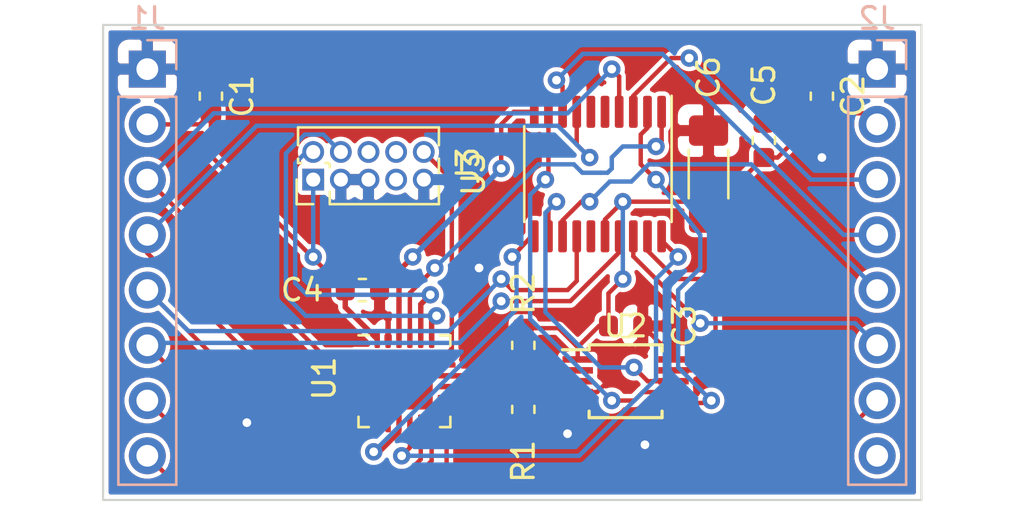
<source format=kicad_pcb>
(kicad_pcb (version 20171130) (host pcbnew "(5.1.6)-1")

  (general
    (thickness 1.6)
    (drawings 4)
    (tracks 231)
    (zones 0)
    (modules 14)
    (nets 39)
  )

  (page A4)
  (layers
    (0 F.Cu signal)
    (31 B.Cu signal)
    (32 B.Adhes user)
    (33 F.Adhes user)
    (34 B.Paste user hide)
    (35 F.Paste user)
    (36 B.SilkS user)
    (37 F.SilkS user)
    (38 B.Mask user)
    (39 F.Mask user)
    (40 Dwgs.User user)
    (41 Cmts.User user)
    (42 Eco1.User user)
    (43 Eco2.User user)
    (44 Edge.Cuts user)
    (45 Margin user)
    (46 B.CrtYd user)
    (47 F.CrtYd user)
    (48 B.Fab user)
    (49 F.Fab user)
  )

  (setup
    (last_trace_width 0.2032)
    (user_trace_width 0.2032)
    (trace_clearance 0.2)
    (zone_clearance 0.508)
    (zone_45_only no)
    (trace_min 0.2)
    (via_size 0.8)
    (via_drill 0.4)
    (via_min_size 0.4)
    (via_min_drill 0.3)
    (uvia_size 0.3)
    (uvia_drill 0.1)
    (uvias_allowed no)
    (uvia_min_size 0.2)
    (uvia_min_drill 0.1)
    (edge_width 0.05)
    (segment_width 0.2)
    (pcb_text_width 0.3)
    (pcb_text_size 1.5 1.5)
    (mod_edge_width 0.12)
    (mod_text_size 1 1)
    (mod_text_width 0.15)
    (pad_size 1.524 1.524)
    (pad_drill 0.762)
    (pad_to_mask_clearance 0.05)
    (aux_axis_origin 91.44 112.395)
    (grid_origin 92.964 99.06)
    (visible_elements 7FFFFFFF)
    (pcbplotparams
      (layerselection 0x010fc_ffffffff)
      (usegerberextensions false)
      (usegerberattributes true)
      (usegerberadvancedattributes true)
      (creategerberjobfile true)
      (excludeedgelayer true)
      (linewidth 0.100000)
      (plotframeref false)
      (viasonmask false)
      (mode 1)
      (useauxorigin false)
      (hpglpennumber 1)
      (hpglpenspeed 20)
      (hpglpendiameter 15.000000)
      (psnegative false)
      (psa4output false)
      (plotreference true)
      (plotvalue true)
      (plotinvisibletext false)
      (padsonsilk false)
      (subtractmaskfromsilk false)
      (outputformat 1)
      (mirror false)
      (drillshape 1)
      (scaleselection 1)
      (outputdirectory ""))
  )

  (net 0 "")
  (net 1 3v3)
  (net 2 GND)
  (net 3 RST)
  (net 4 IN_3)
  (net 5 IN_2)
  (net 6 IN_1)
  (net 7 IN_0)
  (net 8 SCL_EXT)
  (net 9 SDA_EXT)
  (net 10 OUT_0)
  (net 11 OUT_1)
  (net 12 OUT_2)
  (net 13 OUT_3)
  (net 14 SCL_DAC)
  (net 15 SDA_DAC)
  (net 16 SWDIO)
  (net 17 SWCLK)
  (net 18 "Net-(U1-Pad17)")
  (net 19 "Net-(U1-Pad14)")
  (net 20 SW_3)
  (net 21 SW_2)
  (net 22 "Net-(U1-Pad8)")
  (net 23 "Net-(U1-Pad7)")
  (net 24 SW_1)
  (net 25 SW_0)
  (net 26 DAC_3)
  (net 27 DAC_2)
  (net 28 DAC_1)
  (net 29 DAC_0)
  (net 30 "Net-(U2-Pad5)")
  (net 31 "Net-(U3-Pad15)")
  (net 32 LAYER_SEL)
  (net 33 "Net-(U1-Pad5)")
  (net 34 "Net-(U1-Pad6)")
  (net 35 "Net-(J2-Pad8)")
  (net 36 "Net-(J3-Pad8)")
  (net 37 "Net-(J3-Pad7)")
  (net 38 "Net-(J3-Pad6)")

  (net_class Default "This is the default net class."
    (clearance 0.2)
    (trace_width 0.25)
    (via_dia 0.8)
    (via_drill 0.4)
    (uvia_dia 0.3)
    (uvia_drill 0.1)
    (add_net 3v3)
    (add_net DAC_0)
    (add_net DAC_1)
    (add_net DAC_2)
    (add_net DAC_3)
    (add_net GND)
    (add_net IN_0)
    (add_net IN_1)
    (add_net IN_2)
    (add_net IN_3)
    (add_net LAYER_SEL)
    (add_net "Net-(J2-Pad8)")
    (add_net "Net-(J3-Pad6)")
    (add_net "Net-(J3-Pad7)")
    (add_net "Net-(J3-Pad8)")
    (add_net "Net-(U1-Pad14)")
    (add_net "Net-(U1-Pad17)")
    (add_net "Net-(U1-Pad5)")
    (add_net "Net-(U1-Pad6)")
    (add_net "Net-(U1-Pad7)")
    (add_net "Net-(U1-Pad8)")
    (add_net "Net-(U2-Pad5)")
    (add_net "Net-(U3-Pad15)")
    (add_net OUT_0)
    (add_net OUT_1)
    (add_net OUT_2)
    (add_net OUT_3)
    (add_net RST)
    (add_net SCL_DAC)
    (add_net SCL_EXT)
    (add_net SDA_DAC)
    (add_net SDA_EXT)
    (add_net SWCLK)
    (add_net SWDIO)
    (add_net SW_0)
    (add_net SW_1)
    (add_net SW_2)
    (add_net SW_3)
  )

  (module Connector_PinHeader_2.54mm:PinHeader_1x08_P2.54mm_Vertical (layer B.Cu) (tedit 59FED5CC) (tstamp 5FB82A75)
    (at 67.564 98.044 180)
    (descr "Through hole straight pin header, 1x08, 2.54mm pitch, single row")
    (tags "Through hole pin header THT 1x08 2.54mm single row")
    (path /5FCD95F9)
    (fp_text reference J1 (at 0 2.33) (layer B.SilkS)
      (effects (font (size 1 1) (thickness 0.15)) (justify mirror))
    )
    (fp_text value Conn_01x08_Male (at 0 -20.11) (layer B.Fab)
      (effects (font (size 1 1) (thickness 0.15)) (justify mirror))
    )
    (fp_text user %R (at 0 -8.89 270) (layer B.Fab)
      (effects (font (size 1 1) (thickness 0.15)) (justify mirror))
    )
    (fp_line (start -0.635 1.27) (end 1.27 1.27) (layer B.Fab) (width 0.1))
    (fp_line (start 1.27 1.27) (end 1.27 -19.05) (layer B.Fab) (width 0.1))
    (fp_line (start 1.27 -19.05) (end -1.27 -19.05) (layer B.Fab) (width 0.1))
    (fp_line (start -1.27 -19.05) (end -1.27 0.635) (layer B.Fab) (width 0.1))
    (fp_line (start -1.27 0.635) (end -0.635 1.27) (layer B.Fab) (width 0.1))
    (fp_line (start -1.33 -19.11) (end 1.33 -19.11) (layer B.SilkS) (width 0.12))
    (fp_line (start -1.33 -1.27) (end -1.33 -19.11) (layer B.SilkS) (width 0.12))
    (fp_line (start 1.33 -1.27) (end 1.33 -19.11) (layer B.SilkS) (width 0.12))
    (fp_line (start -1.33 -1.27) (end 1.33 -1.27) (layer B.SilkS) (width 0.12))
    (fp_line (start -1.33 0) (end -1.33 1.33) (layer B.SilkS) (width 0.12))
    (fp_line (start -1.33 1.33) (end 0 1.33) (layer B.SilkS) (width 0.12))
    (fp_line (start -1.8 1.8) (end -1.8 -19.55) (layer B.CrtYd) (width 0.05))
    (fp_line (start -1.8 -19.55) (end 1.8 -19.55) (layer B.CrtYd) (width 0.05))
    (fp_line (start 1.8 -19.55) (end 1.8 1.8) (layer B.CrtYd) (width 0.05))
    (fp_line (start 1.8 1.8) (end -1.8 1.8) (layer B.CrtYd) (width 0.05))
    (pad 8 thru_hole oval (at 0 -17.78 180) (size 1.7 1.7) (drill 1) (layers *.Cu *.Mask)
      (net 8 SCL_EXT))
    (pad 7 thru_hole oval (at 0 -15.24 180) (size 1.7 1.7) (drill 1) (layers *.Cu *.Mask)
      (net 9 SDA_EXT))
    (pad 6 thru_hole oval (at 0 -12.7 180) (size 1.7 1.7) (drill 1) (layers *.Cu *.Mask)
      (net 4 IN_3))
    (pad 5 thru_hole oval (at 0 -10.16 180) (size 1.7 1.7) (drill 1) (layers *.Cu *.Mask)
      (net 5 IN_2))
    (pad 4 thru_hole oval (at 0 -7.62 180) (size 1.7 1.7) (drill 1) (layers *.Cu *.Mask)
      (net 6 IN_1))
    (pad 3 thru_hole oval (at 0 -5.08 180) (size 1.7 1.7) (drill 1) (layers *.Cu *.Mask)
      (net 7 IN_0))
    (pad 2 thru_hole oval (at 0 -2.54 180) (size 1.7 1.7) (drill 1) (layers *.Cu *.Mask)
      (net 1 3v3))
    (pad 1 thru_hole rect (at 0 0 180) (size 1.7 1.7) (drill 1) (layers *.Cu *.Mask)
      (net 2 GND))
    (model ${KISYS3DMOD}/Connector_PinHeader_2.54mm.3dshapes/PinHeader_1x08_P2.54mm_Vertical.wrl
      (at (xyz 0 0 0))
      (scale (xyz 1 1 1))
      (rotate (xyz 0 0 0))
    )
  )

  (module Package_SO:TSSOP-20_4.4x6.5mm_P0.65mm (layer F.Cu) (tedit 5E476F32) (tstamp 5FB7CCE7)
    (at 88.265 102.87 270)
    (descr "TSSOP, 20 Pin (JEDEC MO-153 Var AC https://www.jedec.org/document_search?search_api_views_fulltext=MO-153), generated with kicad-footprint-generator ipc_gullwing_generator.py")
    (tags "TSSOP SO")
    (path /5FB1BAFD)
    (attr smd)
    (fp_text reference U3 (at 0 5.715 90) (layer F.SilkS)
      (effects (font (size 1 1) (thickness 0.15)))
    )
    (fp_text value ADG734 (at 0 4.2 90) (layer F.Fab)
      (effects (font (size 1 1) (thickness 0.15)))
    )
    (fp_text user %R (at 0 0 90) (layer F.Fab)
      (effects (font (size 1 1) (thickness 0.15)))
    )
    (fp_line (start 0 3.385) (end 2.2 3.385) (layer F.SilkS) (width 0.12))
    (fp_line (start 0 3.385) (end -2.2 3.385) (layer F.SilkS) (width 0.12))
    (fp_line (start 0 -3.385) (end 2.2 -3.385) (layer F.SilkS) (width 0.12))
    (fp_line (start 0 -3.385) (end -3.6 -3.385) (layer F.SilkS) (width 0.12))
    (fp_line (start -1.2 -3.25) (end 2.2 -3.25) (layer F.Fab) (width 0.1))
    (fp_line (start 2.2 -3.25) (end 2.2 3.25) (layer F.Fab) (width 0.1))
    (fp_line (start 2.2 3.25) (end -2.2 3.25) (layer F.Fab) (width 0.1))
    (fp_line (start -2.2 3.25) (end -2.2 -2.25) (layer F.Fab) (width 0.1))
    (fp_line (start -2.2 -2.25) (end -1.2 -3.25) (layer F.Fab) (width 0.1))
    (fp_line (start -3.85 -3.5) (end -3.85 3.5) (layer F.CrtYd) (width 0.05))
    (fp_line (start -3.85 3.5) (end 3.85 3.5) (layer F.CrtYd) (width 0.05))
    (fp_line (start 3.85 3.5) (end 3.85 -3.5) (layer F.CrtYd) (width 0.05))
    (fp_line (start 3.85 -3.5) (end -3.85 -3.5) (layer F.CrtYd) (width 0.05))
    (pad 20 smd roundrect (at 2.8625 -2.925 270) (size 1.475 0.4) (layers F.Cu F.Paste F.Mask) (roundrect_rratio 0.25)
      (net 20 SW_3))
    (pad 19 smd roundrect (at 2.8625 -2.275 270) (size 1.475 0.4) (layers F.Cu F.Paste F.Mask) (roundrect_rratio 0.25)
      (net 26 DAC_3))
    (pad 18 smd roundrect (at 2.8625 -1.625 270) (size 1.475 0.4) (layers F.Cu F.Paste F.Mask) (roundrect_rratio 0.25)
      (net 13 OUT_3))
    (pad 17 smd roundrect (at 2.8625 -0.975 270) (size 1.475 0.4) (layers F.Cu F.Paste F.Mask) (roundrect_rratio 0.25)
      (net 4 IN_3))
    (pad 16 smd roundrect (at 2.8625 -0.325 270) (size 1.475 0.4) (layers F.Cu F.Paste F.Mask) (roundrect_rratio 0.25)
      (net 1 3v3))
    (pad 15 smd roundrect (at 2.8625 0.325 270) (size 1.475 0.4) (layers F.Cu F.Paste F.Mask) (roundrect_rratio 0.25)
      (net 31 "Net-(U3-Pad15)"))
    (pad 14 smd roundrect (at 2.8625 0.975 270) (size 1.475 0.4) (layers F.Cu F.Paste F.Mask) (roundrect_rratio 0.25)
      (net 5 IN_2))
    (pad 13 smd roundrect (at 2.8625 1.625 270) (size 1.475 0.4) (layers F.Cu F.Paste F.Mask) (roundrect_rratio 0.25)
      (net 12 OUT_2))
    (pad 12 smd roundrect (at 2.8625 2.275 270) (size 1.475 0.4) (layers F.Cu F.Paste F.Mask) (roundrect_rratio 0.25)
      (net 27 DAC_2))
    (pad 11 smd roundrect (at 2.8625 2.925 270) (size 1.475 0.4) (layers F.Cu F.Paste F.Mask) (roundrect_rratio 0.25)
      (net 21 SW_2))
    (pad 10 smd roundrect (at -2.8625 2.925 270) (size 1.475 0.4) (layers F.Cu F.Paste F.Mask) (roundrect_rratio 0.25)
      (net 24 SW_1))
    (pad 9 smd roundrect (at -2.8625 2.275 270) (size 1.475 0.4) (layers F.Cu F.Paste F.Mask) (roundrect_rratio 0.25)
      (net 28 DAC_1))
    (pad 8 smd roundrect (at -2.8625 1.625 270) (size 1.475 0.4) (layers F.Cu F.Paste F.Mask) (roundrect_rratio 0.25)
      (net 11 OUT_1))
    (pad 7 smd roundrect (at -2.8625 0.975 270) (size 1.475 0.4) (layers F.Cu F.Paste F.Mask) (roundrect_rratio 0.25)
      (net 6 IN_1))
    (pad 6 smd roundrect (at -2.8625 0.325 270) (size 1.475 0.4) (layers F.Cu F.Paste F.Mask) (roundrect_rratio 0.25)
      (net 2 GND))
    (pad 5 smd roundrect (at -2.8625 -0.325 270) (size 1.475 0.4) (layers F.Cu F.Paste F.Mask) (roundrect_rratio 0.25)
      (net 2 GND))
    (pad 4 smd roundrect (at -2.8625 -0.975 270) (size 1.475 0.4) (layers F.Cu F.Paste F.Mask) (roundrect_rratio 0.25)
      (net 7 IN_0))
    (pad 3 smd roundrect (at -2.8625 -1.625 270) (size 1.475 0.4) (layers F.Cu F.Paste F.Mask) (roundrect_rratio 0.25)
      (net 10 OUT_0))
    (pad 2 smd roundrect (at -2.8625 -2.275 270) (size 1.475 0.4) (layers F.Cu F.Paste F.Mask) (roundrect_rratio 0.25)
      (net 29 DAC_0))
    (pad 1 smd roundrect (at -2.8625 -2.925 270) (size 1.475 0.4) (layers F.Cu F.Paste F.Mask) (roundrect_rratio 0.25)
      (net 25 SW_0))
    (model ${KISYS3DMOD}/Package_SO.3dshapes/TSSOP-20_4.4x6.5mm_P0.65mm.wrl
      (at (xyz 0 0 0))
      (scale (xyz 1 1 1))
      (rotate (xyz 0 0 0))
    )
  )

  (module Capacitor_SMD:C_0603_1608Metric (layer F.Cu) (tedit 5B301BBE) (tstamp 5FB84FA9)
    (at 98.552 99.2885 270)
    (descr "Capacitor SMD 0603 (1608 Metric), square (rectangular) end terminal, IPC_7351 nominal, (Body size source: http://www.tortai-tech.com/upload/download/2011102023233369053.pdf), generated with kicad-footprint-generator")
    (tags capacitor)
    (path /5FBB0CC4)
    (attr smd)
    (fp_text reference C2 (at 0 -1.43 90) (layer F.SilkS)
      (effects (font (size 1 1) (thickness 0.15)))
    )
    (fp_text value 0.1uF (at 0 1.43 90) (layer F.Fab)
      (effects (font (size 1 1) (thickness 0.15)))
    )
    (fp_text user %R (at 0 0 90) (layer F.Fab)
      (effects (font (size 0.4 0.4) (thickness 0.06)))
    )
    (fp_line (start -0.8 0.4) (end -0.8 -0.4) (layer F.Fab) (width 0.1))
    (fp_line (start -0.8 -0.4) (end 0.8 -0.4) (layer F.Fab) (width 0.1))
    (fp_line (start 0.8 -0.4) (end 0.8 0.4) (layer F.Fab) (width 0.1))
    (fp_line (start 0.8 0.4) (end -0.8 0.4) (layer F.Fab) (width 0.1))
    (fp_line (start -0.162779 -0.51) (end 0.162779 -0.51) (layer F.SilkS) (width 0.12))
    (fp_line (start -0.162779 0.51) (end 0.162779 0.51) (layer F.SilkS) (width 0.12))
    (fp_line (start -1.48 0.73) (end -1.48 -0.73) (layer F.CrtYd) (width 0.05))
    (fp_line (start -1.48 -0.73) (end 1.48 -0.73) (layer F.CrtYd) (width 0.05))
    (fp_line (start 1.48 -0.73) (end 1.48 0.73) (layer F.CrtYd) (width 0.05))
    (fp_line (start 1.48 0.73) (end -1.48 0.73) (layer F.CrtYd) (width 0.05))
    (pad 2 smd roundrect (at 0.7875 0 270) (size 0.875 0.95) (layers F.Cu F.Paste F.Mask) (roundrect_rratio 0.25)
      (net 1 3v3))
    (pad 1 smd roundrect (at -0.7875 0 270) (size 0.875 0.95) (layers F.Cu F.Paste F.Mask) (roundrect_rratio 0.25)
      (net 2 GND))
    (model ${KISYS3DMOD}/Capacitor_SMD.3dshapes/C_0603_1608Metric.wrl
      (at (xyz 0 0 0))
      (scale (xyz 1 1 1))
      (rotate (xyz 0 0 0))
    )
  )

  (module Package_SO:MSOP-10_3x3mm_P0.5mm (layer F.Cu) (tedit 5A02F25C) (tstamp 5FB7AD58)
    (at 89.535 112.395)
    (descr "10-Lead Plastic Micro Small Outline Package (MS) [MSOP] (see Microchip Packaging Specification 00000049BS.pdf)")
    (tags "SSOP 0.5")
    (path /5FB47E6B)
    (attr smd)
    (fp_text reference U2 (at 0 -2.54 180) (layer F.SilkS)
      (effects (font (size 1 1) (thickness 0.15)))
    )
    (fp_text value MCP4728 (at 0 2.6) (layer F.Fab)
      (effects (font (size 1 1) (thickness 0.15)))
    )
    (fp_text user %R (at 0 0) (layer F.Fab)
      (effects (font (size 0.6 0.6) (thickness 0.15)))
    )
    (fp_line (start -0.5 -1.5) (end 1.5 -1.5) (layer F.Fab) (width 0.15))
    (fp_line (start 1.5 -1.5) (end 1.5 1.5) (layer F.Fab) (width 0.15))
    (fp_line (start 1.5 1.5) (end -1.5 1.5) (layer F.Fab) (width 0.15))
    (fp_line (start -1.5 1.5) (end -1.5 -0.5) (layer F.Fab) (width 0.15))
    (fp_line (start -1.5 -0.5) (end -0.5 -1.5) (layer F.Fab) (width 0.15))
    (fp_line (start -3.15 -1.85) (end -3.15 1.85) (layer F.CrtYd) (width 0.05))
    (fp_line (start 3.15 -1.85) (end 3.15 1.85) (layer F.CrtYd) (width 0.05))
    (fp_line (start -3.15 -1.85) (end 3.15 -1.85) (layer F.CrtYd) (width 0.05))
    (fp_line (start -3.15 1.85) (end 3.15 1.85) (layer F.CrtYd) (width 0.05))
    (fp_line (start -1.675 -1.675) (end -1.675 -1.45) (layer F.SilkS) (width 0.15))
    (fp_line (start 1.675 -1.675) (end 1.675 -1.375) (layer F.SilkS) (width 0.15))
    (fp_line (start 1.675 1.675) (end 1.675 1.375) (layer F.SilkS) (width 0.15))
    (fp_line (start -1.675 1.675) (end -1.675 1.375) (layer F.SilkS) (width 0.15))
    (fp_line (start -1.675 -1.675) (end 1.675 -1.675) (layer F.SilkS) (width 0.15))
    (fp_line (start -1.675 1.675) (end 1.675 1.675) (layer F.SilkS) (width 0.15))
    (fp_line (start -1.675 -1.45) (end -2.9 -1.45) (layer F.SilkS) (width 0.15))
    (pad 10 smd rect (at 2.2 -1) (size 1.4 0.3) (layers F.Cu F.Paste F.Mask)
      (net 2 GND))
    (pad 9 smd rect (at 2.2 -0.5) (size 1.4 0.3) (layers F.Cu F.Paste F.Mask)
      (net 26 DAC_3))
    (pad 8 smd rect (at 2.2 0) (size 1.4 0.3) (layers F.Cu F.Paste F.Mask)
      (net 27 DAC_2))
    (pad 7 smd rect (at 2.2 0.5) (size 1.4 0.3) (layers F.Cu F.Paste F.Mask)
      (net 28 DAC_1))
    (pad 6 smd rect (at 2.2 1) (size 1.4 0.3) (layers F.Cu F.Paste F.Mask)
      (net 29 DAC_0))
    (pad 5 smd rect (at -2.2 1) (size 1.4 0.3) (layers F.Cu F.Paste F.Mask)
      (net 30 "Net-(U2-Pad5)"))
    (pad 4 smd rect (at -2.2 0.5) (size 1.4 0.3) (layers F.Cu F.Paste F.Mask)
      (net 2 GND))
    (pad 3 smd rect (at -2.2 0) (size 1.4 0.3) (layers F.Cu F.Paste F.Mask)
      (net 15 SDA_DAC))
    (pad 2 smd rect (at -2.2 -0.5) (size 1.4 0.3) (layers F.Cu F.Paste F.Mask)
      (net 14 SCL_DAC))
    (pad 1 smd rect (at -2.2 -1) (size 1.4 0.3) (layers F.Cu F.Paste F.Mask)
      (net 1 3v3))
    (model ${KISYS3DMOD}/Package_SO.3dshapes/MSOP-10_3x3mm_P0.5mm.wrl
      (at (xyz 0 0 0))
      (scale (xyz 1 1 1))
      (rotate (xyz 0 0 0))
    )
  )

  (module Package_DFN_QFN:QFN-24-1EP_4x4mm_P0.5mm_EP2.6x2.6mm (layer F.Cu) (tedit 5DC5F6A3) (tstamp 5FB79F31)
    (at 79.375 112.395)
    (descr "QFN, 24 Pin (http://ww1.microchip.com/downloads/en/PackagingSpec/00000049BQ.pdf#page=278), generated with kicad-footprint-generator ipc_noLead_generator.py")
    (tags "QFN NoLead")
    (path /5FAD2176)
    (attr smd)
    (fp_text reference U1 (at -3.683 -0.127 90) (layer F.SilkS)
      (effects (font (size 1 1) (thickness 0.15)))
    )
    (fp_text value SAMD11D14A (at 0 3.3) (layer F.Fab)
      (effects (font (size 1 1) (thickness 0.15)))
    )
    (fp_text user %R (at 0 0 90) (layer F.Fab)
      (effects (font (size 1 1) (thickness 0.15)))
    )
    (fp_line (start 1.635 -2.11) (end 2.11 -2.11) (layer F.SilkS) (width 0.12))
    (fp_line (start 2.11 -2.11) (end 2.11 -1.635) (layer F.SilkS) (width 0.12))
    (fp_line (start -1.635 2.11) (end -2.11 2.11) (layer F.SilkS) (width 0.12))
    (fp_line (start -2.11 2.11) (end -2.11 1.635) (layer F.SilkS) (width 0.12))
    (fp_line (start 1.635 2.11) (end 2.11 2.11) (layer F.SilkS) (width 0.12))
    (fp_line (start 2.11 2.11) (end 2.11 1.635) (layer F.SilkS) (width 0.12))
    (fp_line (start -1.635 -2.11) (end -2.11 -2.11) (layer F.SilkS) (width 0.12))
    (fp_line (start -1 -2) (end 2 -2) (layer F.Fab) (width 0.1))
    (fp_line (start 2 -2) (end 2 2) (layer F.Fab) (width 0.1))
    (fp_line (start 2 2) (end -2 2) (layer F.Fab) (width 0.1))
    (fp_line (start -2 2) (end -2 -1) (layer F.Fab) (width 0.1))
    (fp_line (start -2 -1) (end -1 -2) (layer F.Fab) (width 0.1))
    (fp_line (start -2.6 -2.6) (end -2.6 2.6) (layer F.CrtYd) (width 0.05))
    (fp_line (start -2.6 2.6) (end 2.6 2.6) (layer F.CrtYd) (width 0.05))
    (fp_line (start 2.6 2.6) (end 2.6 -2.6) (layer F.CrtYd) (width 0.05))
    (fp_line (start 2.6 -2.6) (end -2.6 -2.6) (layer F.CrtYd) (width 0.05))
    (pad "" smd roundrect (at 0.65 0.65) (size 1.05 1.05) (layers F.Paste) (roundrect_rratio 0.238095))
    (pad "" smd roundrect (at 0.65 -0.65) (size 1.05 1.05) (layers F.Paste) (roundrect_rratio 0.238095))
    (pad "" smd roundrect (at -0.65 0.65) (size 1.05 1.05) (layers F.Paste) (roundrect_rratio 0.238095))
    (pad "" smd roundrect (at -0.65 -0.65) (size 1.05 1.05) (layers F.Paste) (roundrect_rratio 0.238095))
    (pad 25 smd rect (at 0 0) (size 2.6 2.6) (layers F.Cu F.Mask))
    (pad 24 smd roundrect (at -1.25 -1.9375) (size 0.25 0.825) (layers F.Cu F.Paste F.Mask) (roundrect_rratio 0.25)
      (net 1 3v3))
    (pad 23 smd roundrect (at -0.75 -1.9375) (size 0.25 0.825) (layers F.Cu F.Paste F.Mask) (roundrect_rratio 0.25)
      (net 2 GND))
    (pad 22 smd roundrect (at -0.25 -1.9375) (size 0.25 0.825) (layers F.Cu F.Paste F.Mask) (roundrect_rratio 0.25)
      (net 24 SW_1))
    (pad 21 smd roundrect (at 0.25 -1.9375) (size 0.25 0.825) (layers F.Cu F.Paste F.Mask) (roundrect_rratio 0.25)
      (net 25 SW_0))
    (pad 20 smd roundrect (at 0.75 -1.9375) (size 0.25 0.825) (layers F.Cu F.Paste F.Mask) (roundrect_rratio 0.25)
      (net 16 SWDIO))
    (pad 19 smd roundrect (at 1.25 -1.9375) (size 0.25 0.825) (layers F.Cu F.Paste F.Mask) (roundrect_rratio 0.25)
      (net 17 SWCLK))
    (pad 18 smd roundrect (at 1.9375 -1.25) (size 0.825 0.25) (layers F.Cu F.Paste F.Mask) (roundrect_rratio 0.25)
      (net 3 RST))
    (pad 17 smd roundrect (at 1.9375 -0.75) (size 0.825 0.25) (layers F.Cu F.Paste F.Mask) (roundrect_rratio 0.25)
      (net 18 "Net-(U1-Pad17)"))
    (pad 16 smd roundrect (at 1.9375 -0.25) (size 0.825 0.25) (layers F.Cu F.Paste F.Mask) (roundrect_rratio 0.25)
      (net 14 SCL_DAC))
    (pad 15 smd roundrect (at 1.9375 0.25) (size 0.825 0.25) (layers F.Cu F.Paste F.Mask) (roundrect_rratio 0.25)
      (net 15 SDA_DAC))
    (pad 14 smd roundrect (at 1.9375 0.75) (size 0.825 0.25) (layers F.Cu F.Paste F.Mask) (roundrect_rratio 0.25)
      (net 19 "Net-(U1-Pad14)"))
    (pad 13 smd roundrect (at 1.9375 1.25) (size 0.825 0.25) (layers F.Cu F.Paste F.Mask) (roundrect_rratio 0.25)
      (net 32 LAYER_SEL))
    (pad 12 smd roundrect (at 1.25 1.9375) (size 0.25 0.825) (layers F.Cu F.Paste F.Mask) (roundrect_rratio 0.25)
      (net 8 SCL_EXT))
    (pad 11 smd roundrect (at 0.75 1.9375) (size 0.25 0.825) (layers F.Cu F.Paste F.Mask) (roundrect_rratio 0.25)
      (net 9 SDA_EXT))
    (pad 10 smd roundrect (at 0.25 1.9375) (size 0.25 0.825) (layers F.Cu F.Paste F.Mask) (roundrect_rratio 0.25)
      (net 20 SW_3))
    (pad 9 smd roundrect (at -0.25 1.9375) (size 0.25 0.825) (layers F.Cu F.Paste F.Mask) (roundrect_rratio 0.25)
      (net 21 SW_2))
    (pad 8 smd roundrect (at -0.75 1.9375) (size 0.25 0.825) (layers F.Cu F.Paste F.Mask) (roundrect_rratio 0.25)
      (net 22 "Net-(U1-Pad8)"))
    (pad 7 smd roundrect (at -1.25 1.9375) (size 0.25 0.825) (layers F.Cu F.Paste F.Mask) (roundrect_rratio 0.25)
      (net 23 "Net-(U1-Pad7)"))
    (pad 6 smd roundrect (at -1.9375 1.25) (size 0.825 0.25) (layers F.Cu F.Paste F.Mask) (roundrect_rratio 0.25)
      (net 34 "Net-(U1-Pad6)"))
    (pad 5 smd roundrect (at -1.9375 0.75) (size 0.825 0.25) (layers F.Cu F.Paste F.Mask) (roundrect_rratio 0.25)
      (net 33 "Net-(U1-Pad5)"))
    (pad 4 smd roundrect (at -1.9375 0.25) (size 0.825 0.25) (layers F.Cu F.Paste F.Mask) (roundrect_rratio 0.25)
      (net 4 IN_3))
    (pad 3 smd roundrect (at -1.9375 -0.25) (size 0.825 0.25) (layers F.Cu F.Paste F.Mask) (roundrect_rratio 0.25)
      (net 5 IN_2))
    (pad 2 smd roundrect (at -1.9375 -0.75) (size 0.825 0.25) (layers F.Cu F.Paste F.Mask) (roundrect_rratio 0.25)
      (net 6 IN_1))
    (pad 1 smd roundrect (at -1.9375 -1.25) (size 0.825 0.25) (layers F.Cu F.Paste F.Mask) (roundrect_rratio 0.25)
      (net 7 IN_0))
    (model ${KISYS3DMOD}/Package_DFN_QFN.3dshapes/QFN-24-1EP_4x4mm_P0.5mm_EP2.6x2.6mm.wrl
      (at (xyz 0 0 0))
      (scale (xyz 1 1 1))
      (rotate (xyz 0 0 0))
    )
  )

  (module Resistor_SMD:R_0603_1608Metric (layer F.Cu) (tedit 5B301BBD) (tstamp 5FB7BB02)
    (at 84.836 113.6905 90)
    (descr "Resistor SMD 0603 (1608 Metric), square (rectangular) end terminal, IPC_7351 nominal, (Body size source: http://www.tortai-tech.com/upload/download/2011102023233369053.pdf), generated with kicad-footprint-generator")
    (tags resistor)
    (path /5FB47E94)
    (attr smd)
    (fp_text reference R1 (at -2.3875 0 90) (layer F.SilkS)
      (effects (font (size 1 1) (thickness 0.15)))
    )
    (fp_text value 5k (at 2.6925 0 90) (layer F.Fab)
      (effects (font (size 1 1) (thickness 0.15)))
    )
    (fp_text user %R (at 0 0) (layer F.Fab)
      (effects (font (size 0.4 0.4) (thickness 0.06)))
    )
    (fp_line (start -0.8 0.4) (end -0.8 -0.4) (layer F.Fab) (width 0.1))
    (fp_line (start -0.8 -0.4) (end 0.8 -0.4) (layer F.Fab) (width 0.1))
    (fp_line (start 0.8 -0.4) (end 0.8 0.4) (layer F.Fab) (width 0.1))
    (fp_line (start 0.8 0.4) (end -0.8 0.4) (layer F.Fab) (width 0.1))
    (fp_line (start -0.162779 -0.51) (end 0.162779 -0.51) (layer F.SilkS) (width 0.12))
    (fp_line (start -0.162779 0.51) (end 0.162779 0.51) (layer F.SilkS) (width 0.12))
    (fp_line (start -1.48 0.73) (end -1.48 -0.73) (layer F.CrtYd) (width 0.05))
    (fp_line (start -1.48 -0.73) (end 1.48 -0.73) (layer F.CrtYd) (width 0.05))
    (fp_line (start 1.48 -0.73) (end 1.48 0.73) (layer F.CrtYd) (width 0.05))
    (fp_line (start 1.48 0.73) (end -1.48 0.73) (layer F.CrtYd) (width 0.05))
    (pad 2 smd roundrect (at 0.7875 0 90) (size 0.875 0.95) (layers F.Cu F.Paste F.Mask) (roundrect_rratio 0.25)
      (net 15 SDA_DAC))
    (pad 1 smd roundrect (at -0.7875 0 90) (size 0.875 0.95) (layers F.Cu F.Paste F.Mask) (roundrect_rratio 0.25)
      (net 1 3v3))
    (model ${KISYS3DMOD}/Resistor_SMD.3dshapes/R_0603_1608Metric.wrl
      (at (xyz 0 0 0))
      (scale (xyz 1 1 1))
      (rotate (xyz 0 0 0))
    )
  )

  (module Resistor_SMD:R_0603_1608Metric (layer F.Cu) (tedit 5B301BBD) (tstamp 5FB7B7F8)
    (at 84.836 110.744 270)
    (descr "Resistor SMD 0603 (1608 Metric), square (rectangular) end terminal, IPC_7351 nominal, (Body size source: http://www.tortai-tech.com/upload/download/2011102023233369053.pdf), generated with kicad-footprint-generator")
    (tags resistor)
    (path /5FB47E8D)
    (attr smd)
    (fp_text reference R2 (at -2.3875 0 90) (layer F.SilkS)
      (effects (font (size 1 1) (thickness 0.15)))
    )
    (fp_text value 5k (at 2.6925 0 90) (layer F.Fab)
      (effects (font (size 1 1) (thickness 0.15)))
    )
    (fp_text user %R (at 0 0 90) (layer F.Fab)
      (effects (font (size 0.4 0.4) (thickness 0.06)))
    )
    (fp_line (start -0.8 0.4) (end -0.8 -0.4) (layer F.Fab) (width 0.1))
    (fp_line (start -0.8 -0.4) (end 0.8 -0.4) (layer F.Fab) (width 0.1))
    (fp_line (start 0.8 -0.4) (end 0.8 0.4) (layer F.Fab) (width 0.1))
    (fp_line (start 0.8 0.4) (end -0.8 0.4) (layer F.Fab) (width 0.1))
    (fp_line (start -0.162779 -0.51) (end 0.162779 -0.51) (layer F.SilkS) (width 0.12))
    (fp_line (start -0.162779 0.51) (end 0.162779 0.51) (layer F.SilkS) (width 0.12))
    (fp_line (start -1.48 0.73) (end -1.48 -0.73) (layer F.CrtYd) (width 0.05))
    (fp_line (start -1.48 -0.73) (end 1.48 -0.73) (layer F.CrtYd) (width 0.05))
    (fp_line (start 1.48 -0.73) (end 1.48 0.73) (layer F.CrtYd) (width 0.05))
    (fp_line (start 1.48 0.73) (end -1.48 0.73) (layer F.CrtYd) (width 0.05))
    (pad 2 smd roundrect (at 0.7875 0 270) (size 0.875 0.95) (layers F.Cu F.Paste F.Mask) (roundrect_rratio 0.25)
      (net 14 SCL_DAC))
    (pad 1 smd roundrect (at -0.7875 0 270) (size 0.875 0.95) (layers F.Cu F.Paste F.Mask) (roundrect_rratio 0.25)
      (net 1 3v3))
    (model ${KISYS3DMOD}/Resistor_SMD.3dshapes/R_0603_1608Metric.wrl
      (at (xyz 0 0 0))
      (scale (xyz 1 1 1))
      (rotate (xyz 0 0 0))
    )
  )

  (module Connector_PinHeader_1.27mm:PinHeader_2x05_P1.27mm_Vertical (layer F.Cu) (tedit 59FED6E3) (tstamp 5FB7CBF0)
    (at 75.184 103.124 90)
    (descr "Through hole straight pin header, 2x05, 1.27mm pitch, double rows")
    (tags "Through hole pin header THT 2x05 1.27mm double row")
    (path /5FE64CB5)
    (fp_text reference J3 (at 0.635 7.112 90) (layer F.SilkS)
      (effects (font (size 1 1) (thickness 0.15)))
    )
    (fp_text value JTAG_SWD (at -2.54 2.54 180) (layer F.Fab)
      (effects (font (size 1 1) (thickness 0.15)))
    )
    (fp_line (start 2.85 -1.15) (end -1.6 -1.15) (layer F.CrtYd) (width 0.05))
    (fp_line (start 2.85 6.25) (end 2.85 -1.15) (layer F.CrtYd) (width 0.05))
    (fp_line (start -1.6 6.25) (end 2.85 6.25) (layer F.CrtYd) (width 0.05))
    (fp_line (start -1.6 -1.15) (end -1.6 6.25) (layer F.CrtYd) (width 0.05))
    (fp_line (start -1.13 -0.76) (end 0 -0.76) (layer F.SilkS) (width 0.12))
    (fp_line (start -1.13 0) (end -1.13 -0.76) (layer F.SilkS) (width 0.12))
    (fp_line (start 1.57753 -0.695) (end 2.4 -0.695) (layer F.SilkS) (width 0.12))
    (fp_line (start 0.76 -0.695) (end 0.96247 -0.695) (layer F.SilkS) (width 0.12))
    (fp_line (start 0.76 -0.563471) (end 0.76 -0.695) (layer F.SilkS) (width 0.12))
    (fp_line (start 0.76 0.706529) (end 0.76 0.563471) (layer F.SilkS) (width 0.12))
    (fp_line (start 0.563471 0.76) (end 0.706529 0.76) (layer F.SilkS) (width 0.12))
    (fp_line (start -1.13 0.76) (end -0.563471 0.76) (layer F.SilkS) (width 0.12))
    (fp_line (start 2.4 -0.695) (end 2.4 5.775) (layer F.SilkS) (width 0.12))
    (fp_line (start -1.13 0.76) (end -1.13 5.775) (layer F.SilkS) (width 0.12))
    (fp_line (start 0.30753 5.775) (end 0.96247 5.775) (layer F.SilkS) (width 0.12))
    (fp_line (start 1.57753 5.775) (end 2.4 5.775) (layer F.SilkS) (width 0.12))
    (fp_line (start -1.13 5.775) (end -0.30753 5.775) (layer F.SilkS) (width 0.12))
    (fp_line (start -1.07 0.2175) (end -0.2175 -0.635) (layer F.Fab) (width 0.1))
    (fp_line (start -1.07 5.715) (end -1.07 0.2175) (layer F.Fab) (width 0.1))
    (fp_line (start 2.34 5.715) (end -1.07 5.715) (layer F.Fab) (width 0.1))
    (fp_line (start 2.34 -0.635) (end 2.34 5.715) (layer F.Fab) (width 0.1))
    (fp_line (start -0.2175 -0.635) (end 2.34 -0.635) (layer F.Fab) (width 0.1))
    (fp_text user %R (at 0.635 2.54) (layer F.Fab)
      (effects (font (size 1 1) (thickness 0.15)))
    )
    (pad 1 thru_hole rect (at 0 0 90) (size 1 1) (drill 0.65) (layers *.Cu *.Mask)
      (net 1 3v3))
    (pad 2 thru_hole oval (at 1.27 0 90) (size 1 1) (drill 0.65) (layers *.Cu *.Mask)
      (net 16 SWDIO))
    (pad 3 thru_hole oval (at 0 1.27 90) (size 1 1) (drill 0.65) (layers *.Cu *.Mask)
      (net 2 GND))
    (pad 4 thru_hole oval (at 1.27 1.27 90) (size 1 1) (drill 0.65) (layers *.Cu *.Mask)
      (net 17 SWCLK))
    (pad 5 thru_hole oval (at 0 2.54 90) (size 1 1) (drill 0.65) (layers *.Cu *.Mask)
      (net 2 GND))
    (pad 6 thru_hole oval (at 1.27 2.54 90) (size 1 1) (drill 0.65) (layers *.Cu *.Mask)
      (net 38 "Net-(J3-Pad6)"))
    (pad 7 thru_hole oval (at 0 3.81 90) (size 1 1) (drill 0.65) (layers *.Cu *.Mask)
      (net 37 "Net-(J3-Pad7)"))
    (pad 8 thru_hole oval (at 1.27 3.81 90) (size 1 1) (drill 0.65) (layers *.Cu *.Mask)
      (net 36 "Net-(J3-Pad8)"))
    (pad 9 thru_hole oval (at 0 5.08 90) (size 1 1) (drill 0.65) (layers *.Cu *.Mask)
      (net 2 GND))
    (pad 10 thru_hole oval (at 1.27 5.08 90) (size 1 1) (drill 0.65) (layers *.Cu *.Mask)
      (net 3 RST))
    (model ${KISYS3DMOD}/Connector_PinHeader_1.27mm.3dshapes/PinHeader_2x05_P1.27mm_Vertical.wrl
      (at (xyz 0 0 0))
      (scale (xyz 1 1 1))
      (rotate (xyz 0 0 0))
    )
  )

  (module Connector_PinHeader_2.54mm:PinHeader_1x08_P2.54mm_Vertical (layer B.Cu) (tedit 59FED5CC) (tstamp 5FB84FE4)
    (at 101.092 98.044 180)
    (descr "Through hole straight pin header, 1x08, 2.54mm pitch, single row")
    (tags "Through hole pin header THT 1x08 2.54mm single row")
    (path /5FCDB26E)
    (fp_text reference J2 (at 0 2.33) (layer B.SilkS)
      (effects (font (size 1 1) (thickness 0.15)) (justify mirror))
    )
    (fp_text value Conn_01x08_Male (at 0 -20.11) (layer B.Fab)
      (effects (font (size 1 1) (thickness 0.15)) (justify mirror))
    )
    (fp_text user %R (at 0 -8.89 -90) (layer B.Fab)
      (effects (font (size 1 1) (thickness 0.15)) (justify mirror))
    )
    (fp_line (start -0.635 1.27) (end 1.27 1.27) (layer B.Fab) (width 0.1))
    (fp_line (start 1.27 1.27) (end 1.27 -19.05) (layer B.Fab) (width 0.1))
    (fp_line (start 1.27 -19.05) (end -1.27 -19.05) (layer B.Fab) (width 0.1))
    (fp_line (start -1.27 -19.05) (end -1.27 0.635) (layer B.Fab) (width 0.1))
    (fp_line (start -1.27 0.635) (end -0.635 1.27) (layer B.Fab) (width 0.1))
    (fp_line (start -1.33 -19.11) (end 1.33 -19.11) (layer B.SilkS) (width 0.12))
    (fp_line (start -1.33 -1.27) (end -1.33 -19.11) (layer B.SilkS) (width 0.12))
    (fp_line (start 1.33 -1.27) (end 1.33 -19.11) (layer B.SilkS) (width 0.12))
    (fp_line (start -1.33 -1.27) (end 1.33 -1.27) (layer B.SilkS) (width 0.12))
    (fp_line (start -1.33 0) (end -1.33 1.33) (layer B.SilkS) (width 0.12))
    (fp_line (start -1.33 1.33) (end 0 1.33) (layer B.SilkS) (width 0.12))
    (fp_line (start -1.8 1.8) (end -1.8 -19.55) (layer B.CrtYd) (width 0.05))
    (fp_line (start -1.8 -19.55) (end 1.8 -19.55) (layer B.CrtYd) (width 0.05))
    (fp_line (start 1.8 -19.55) (end 1.8 1.8) (layer B.CrtYd) (width 0.05))
    (fp_line (start 1.8 1.8) (end -1.8 1.8) (layer B.CrtYd) (width 0.05))
    (pad 8 thru_hole oval (at 0 -17.78 180) (size 1.7 1.7) (drill 1) (layers *.Cu *.Mask)
      (net 35 "Net-(J2-Pad8)"))
    (pad 7 thru_hole oval (at 0 -15.24 180) (size 1.7 1.7) (drill 1) (layers *.Cu *.Mask)
      (net 32 LAYER_SEL))
    (pad 6 thru_hole oval (at 0 -12.7 180) (size 1.7 1.7) (drill 1) (layers *.Cu *.Mask)
      (net 13 OUT_3))
    (pad 5 thru_hole oval (at 0 -10.16 180) (size 1.7 1.7) (drill 1) (layers *.Cu *.Mask)
      (net 12 OUT_2))
    (pad 4 thru_hole oval (at 0 -7.62 180) (size 1.7 1.7) (drill 1) (layers *.Cu *.Mask)
      (net 11 OUT_1))
    (pad 3 thru_hole oval (at 0 -5.08 180) (size 1.7 1.7) (drill 1) (layers *.Cu *.Mask)
      (net 10 OUT_0))
    (pad 2 thru_hole oval (at 0 -2.54 180) (size 1.7 1.7) (drill 1) (layers *.Cu *.Mask)
      (net 1 3v3))
    (pad 1 thru_hole rect (at 0 0 180) (size 1.7 1.7) (drill 1) (layers *.Cu *.Mask)
      (net 2 GND))
    (model ${KISYS3DMOD}/Connector_PinHeader_2.54mm.3dshapes/PinHeader_1x08_P2.54mm_Vertical.wrl
      (at (xyz 0 0 0))
      (scale (xyz 1 1 1))
      (rotate (xyz 0 0 0))
    )
  )

  (module Capacitor_SMD:C_1806_4516Metric (layer F.Cu) (tedit 5B301BBE) (tstamp 5FB7CD71)
    (at 93.345 102.87 90)
    (descr "Capacitor SMD 1806 (4516 Metric), square (rectangular) end terminal, IPC_7351 nominal, (Body size source: https://www.modelithics.com/models/Vendor/MuRata/BLM41P.pdf), generated with kicad-footprint-generator")
    (tags capacitor)
    (path /5FB831FA)
    (attr smd)
    (fp_text reference C6 (at 4.445 0 90) (layer F.SilkS)
      (effects (font (size 1 1) (thickness 0.15)))
    )
    (fp_text value 10uF (at -5.08 0 90) (layer F.Fab)
      (effects (font (size 1 1) (thickness 0.15)))
    )
    (fp_text user %R (at 0 0 90) (layer F.Fab)
      (effects (font (size 1 1) (thickness 0.15)))
    )
    (fp_line (start -2.25 0.8) (end -2.25 -0.8) (layer F.Fab) (width 0.1))
    (fp_line (start -2.25 -0.8) (end 2.25 -0.8) (layer F.Fab) (width 0.1))
    (fp_line (start 2.25 -0.8) (end 2.25 0.8) (layer F.Fab) (width 0.1))
    (fp_line (start 2.25 0.8) (end -2.25 0.8) (layer F.Fab) (width 0.1))
    (fp_line (start -1.111252 -0.91) (end 1.111252 -0.91) (layer F.SilkS) (width 0.12))
    (fp_line (start -1.111252 0.91) (end 1.111252 0.91) (layer F.SilkS) (width 0.12))
    (fp_line (start -2.95 1.15) (end -2.95 -1.15) (layer F.CrtYd) (width 0.05))
    (fp_line (start -2.95 -1.15) (end 2.95 -1.15) (layer F.CrtYd) (width 0.05))
    (fp_line (start 2.95 -1.15) (end 2.95 1.15) (layer F.CrtYd) (width 0.05))
    (fp_line (start 2.95 1.15) (end -2.95 1.15) (layer F.CrtYd) (width 0.05))
    (pad 2 smd roundrect (at 2 0 90) (size 1.4 1.8) (layers F.Cu F.Paste F.Mask) (roundrect_rratio 0.178571)
      (net 2 GND))
    (pad 1 smd roundrect (at -2 0 90) (size 1.4 1.8) (layers F.Cu F.Paste F.Mask) (roundrect_rratio 0.178571)
      (net 1 3v3))
    (model ${KISYS3DMOD}/Capacitor_SMD.3dshapes/C_1806_4516Metric.wrl
      (at (xyz 0 0 0))
      (scale (xyz 1 1 1))
      (rotate (xyz 0 0 0))
    )
  )

  (module Capacitor_SMD:C_0603_1608Metric (layer F.Cu) (tedit 5B301BBE) (tstamp 5FB7CD41)
    (at 95.885 101.3205 90)
    (descr "Capacitor SMD 0603 (1608 Metric), square (rectangular) end terminal, IPC_7351 nominal, (Body size source: http://www.tortai-tech.com/upload/download/2011102023233369053.pdf), generated with kicad-footprint-generator")
    (tags capacitor)
    (path /5FB7F2F7)
    (attr smd)
    (fp_text reference C5 (at 2.54 0 90) (layer F.SilkS)
      (effects (font (size 1 1) (thickness 0.15)))
    )
    (fp_text value 0.1uF (at -3.81 0 90) (layer F.Fab)
      (effects (font (size 1 1) (thickness 0.15)))
    )
    (fp_text user %R (at 0 0 90) (layer F.Fab)
      (effects (font (size 0.4 0.4) (thickness 0.06)))
    )
    (fp_line (start -0.8 0.4) (end -0.8 -0.4) (layer F.Fab) (width 0.1))
    (fp_line (start -0.8 -0.4) (end 0.8 -0.4) (layer F.Fab) (width 0.1))
    (fp_line (start 0.8 -0.4) (end 0.8 0.4) (layer F.Fab) (width 0.1))
    (fp_line (start 0.8 0.4) (end -0.8 0.4) (layer F.Fab) (width 0.1))
    (fp_line (start -0.162779 -0.51) (end 0.162779 -0.51) (layer F.SilkS) (width 0.12))
    (fp_line (start -0.162779 0.51) (end 0.162779 0.51) (layer F.SilkS) (width 0.12))
    (fp_line (start -1.48 0.73) (end -1.48 -0.73) (layer F.CrtYd) (width 0.05))
    (fp_line (start -1.48 -0.73) (end 1.48 -0.73) (layer F.CrtYd) (width 0.05))
    (fp_line (start 1.48 -0.73) (end 1.48 0.73) (layer F.CrtYd) (width 0.05))
    (fp_line (start 1.48 0.73) (end -1.48 0.73) (layer F.CrtYd) (width 0.05))
    (pad 2 smd roundrect (at 0.7875 0 90) (size 0.875 0.95) (layers F.Cu F.Paste F.Mask) (roundrect_rratio 0.25)
      (net 2 GND))
    (pad 1 smd roundrect (at -0.7875 0 90) (size 0.875 0.95) (layers F.Cu F.Paste F.Mask) (roundrect_rratio 0.25)
      (net 1 3v3))
    (model ${KISYS3DMOD}/Capacitor_SMD.3dshapes/C_0603_1608Metric.wrl
      (at (xyz 0 0 0))
      (scale (xyz 1 1 1))
      (rotate (xyz 0 0 0))
    )
  )

  (module Capacitor_SMD:C_0603_1608Metric (layer F.Cu) (tedit 5B301BBE) (tstamp 5FB79117)
    (at 77.4445 108.204 180)
    (descr "Capacitor SMD 0603 (1608 Metric), square (rectangular) end terminal, IPC_7351 nominal, (Body size source: http://www.tortai-tech.com/upload/download/2011102023233369053.pdf), generated with kicad-footprint-generator")
    (tags capacitor)
    (path /5FAD684C)
    (attr smd)
    (fp_text reference C4 (at 2.7685 0) (layer F.SilkS)
      (effects (font (size 1 1) (thickness 0.15)))
    )
    (fp_text value 0.1uF (at 0 1.43) (layer F.Fab)
      (effects (font (size 1 1) (thickness 0.15)))
    )
    (fp_text user %R (at 0 0) (layer F.Fab)
      (effects (font (size 0.4 0.4) (thickness 0.06)))
    )
    (fp_line (start -0.8 0.4) (end -0.8 -0.4) (layer F.Fab) (width 0.1))
    (fp_line (start -0.8 -0.4) (end 0.8 -0.4) (layer F.Fab) (width 0.1))
    (fp_line (start 0.8 -0.4) (end 0.8 0.4) (layer F.Fab) (width 0.1))
    (fp_line (start 0.8 0.4) (end -0.8 0.4) (layer F.Fab) (width 0.1))
    (fp_line (start -0.162779 -0.51) (end 0.162779 -0.51) (layer F.SilkS) (width 0.12))
    (fp_line (start -0.162779 0.51) (end 0.162779 0.51) (layer F.SilkS) (width 0.12))
    (fp_line (start -1.48 0.73) (end -1.48 -0.73) (layer F.CrtYd) (width 0.05))
    (fp_line (start -1.48 -0.73) (end 1.48 -0.73) (layer F.CrtYd) (width 0.05))
    (fp_line (start 1.48 -0.73) (end 1.48 0.73) (layer F.CrtYd) (width 0.05))
    (fp_line (start 1.48 0.73) (end -1.48 0.73) (layer F.CrtYd) (width 0.05))
    (pad 2 smd roundrect (at 0.7875 0 180) (size 0.875 0.95) (layers F.Cu F.Paste F.Mask) (roundrect_rratio 0.25)
      (net 1 3v3))
    (pad 1 smd roundrect (at -0.7875 0 180) (size 0.875 0.95) (layers F.Cu F.Paste F.Mask) (roundrect_rratio 0.25)
      (net 2 GND))
    (model ${KISYS3DMOD}/Capacitor_SMD.3dshapes/C_0603_1608Metric.wrl
      (at (xyz 0 0 0))
      (scale (xyz 1 1 1))
      (rotate (xyz 0 0 0))
    )
  )

  (module Capacitor_SMD:C_0603_1608Metric (layer F.Cu) (tedit 5B301BBE) (tstamp 5FB7B137)
    (at 89.535 109.855 180)
    (descr "Capacitor SMD 0603 (1608 Metric), square (rectangular) end terminal, IPC_7351 nominal, (Body size source: http://www.tortai-tech.com/upload/download/2011102023233369053.pdf), generated with kicad-footprint-generator")
    (tags capacitor)
    (path /5FB47E7D)
    (attr smd)
    (fp_text reference C3 (at -2.6925 0 270) (layer F.SilkS)
      (effects (font (size 1 1) (thickness 0.15)))
    )
    (fp_text value 0.1uF (at 0 1.43) (layer F.Fab)
      (effects (font (size 1 1) (thickness 0.15)))
    )
    (fp_line (start 1.48 0.73) (end -1.48 0.73) (layer F.CrtYd) (width 0.05))
    (fp_line (start 1.48 -0.73) (end 1.48 0.73) (layer F.CrtYd) (width 0.05))
    (fp_line (start -1.48 -0.73) (end 1.48 -0.73) (layer F.CrtYd) (width 0.05))
    (fp_line (start -1.48 0.73) (end -1.48 -0.73) (layer F.CrtYd) (width 0.05))
    (fp_line (start -0.162779 0.51) (end 0.162779 0.51) (layer F.SilkS) (width 0.12))
    (fp_line (start -0.162779 -0.51) (end 0.162779 -0.51) (layer F.SilkS) (width 0.12))
    (fp_line (start 0.8 0.4) (end -0.8 0.4) (layer F.Fab) (width 0.1))
    (fp_line (start 0.8 -0.4) (end 0.8 0.4) (layer F.Fab) (width 0.1))
    (fp_line (start -0.8 -0.4) (end 0.8 -0.4) (layer F.Fab) (width 0.1))
    (fp_line (start -0.8 0.4) (end -0.8 -0.4) (layer F.Fab) (width 0.1))
    (fp_text user %R (at 0 0) (layer F.Fab)
      (effects (font (size 0.4 0.4) (thickness 0.06)))
    )
    (pad 1 smd roundrect (at -0.7875 0 180) (size 0.875 0.95) (layers F.Cu F.Paste F.Mask) (roundrect_rratio 0.25)
      (net 2 GND))
    (pad 2 smd roundrect (at 0.7875 0 180) (size 0.875 0.95) (layers F.Cu F.Paste F.Mask) (roundrect_rratio 0.25)
      (net 1 3v3))
    (model ${KISYS3DMOD}/Capacitor_SMD.3dshapes/C_0603_1608Metric.wrl
      (at (xyz 0 0 0))
      (scale (xyz 1 1 1))
      (rotate (xyz 0 0 0))
    )
  )

  (module Capacitor_SMD:C_0603_1608Metric (layer F.Cu) (tedit 5B301BBE) (tstamp 5FB7DF49)
    (at 70.485 99.2885 270)
    (descr "Capacitor SMD 0603 (1608 Metric), square (rectangular) end terminal, IPC_7351 nominal, (Body size source: http://www.tortai-tech.com/upload/download/2011102023233369053.pdf), generated with kicad-footprint-generator")
    (tags capacitor)
    (path /5FC12197)
    (attr smd)
    (fp_text reference C1 (at 0 -1.43 90) (layer F.SilkS)
      (effects (font (size 1 1) (thickness 0.15)))
    )
    (fp_text value 0.1uF (at 3.7085 -0.127 90) (layer F.Fab)
      (effects (font (size 1 1) (thickness 0.15)))
    )
    (fp_text user %R (at 0 0 90) (layer F.Fab)
      (effects (font (size 0.4 0.4) (thickness 0.06)))
    )
    (fp_line (start -0.8 0.4) (end -0.8 -0.4) (layer F.Fab) (width 0.1))
    (fp_line (start -0.8 -0.4) (end 0.8 -0.4) (layer F.Fab) (width 0.1))
    (fp_line (start 0.8 -0.4) (end 0.8 0.4) (layer F.Fab) (width 0.1))
    (fp_line (start 0.8 0.4) (end -0.8 0.4) (layer F.Fab) (width 0.1))
    (fp_line (start -0.162779 -0.51) (end 0.162779 -0.51) (layer F.SilkS) (width 0.12))
    (fp_line (start -0.162779 0.51) (end 0.162779 0.51) (layer F.SilkS) (width 0.12))
    (fp_line (start -1.48 0.73) (end -1.48 -0.73) (layer F.CrtYd) (width 0.05))
    (fp_line (start -1.48 -0.73) (end 1.48 -0.73) (layer F.CrtYd) (width 0.05))
    (fp_line (start 1.48 -0.73) (end 1.48 0.73) (layer F.CrtYd) (width 0.05))
    (fp_line (start 1.48 0.73) (end -1.48 0.73) (layer F.CrtYd) (width 0.05))
    (pad 2 smd roundrect (at 0.7875 0 270) (size 0.875 0.95) (layers F.Cu F.Paste F.Mask) (roundrect_rratio 0.25)
      (net 1 3v3))
    (pad 1 smd roundrect (at -0.7875 0 270) (size 0.875 0.95) (layers F.Cu F.Paste F.Mask) (roundrect_rratio 0.25)
      (net 2 GND))
    (model ${KISYS3DMOD}/Capacitor_SMD.3dshapes/C_0603_1608Metric.wrl
      (at (xyz 0 0 0))
      (scale (xyz 1 1 1))
      (rotate (xyz 0 0 0))
    )
  )

  (gr_line (start 103.124 96.012) (end 103.124 117.856) (layer Edge.Cuts) (width 0.1))
  (gr_line (start 65.532 96.012) (end 103.124 96.012) (layer Edge.Cuts) (width 0.1))
  (gr_line (start 65.532 117.856) (end 65.532 96.012) (layer Edge.Cuts) (width 0.1))
  (gr_line (start 103.124 117.856) (end 65.532 117.856) (layer Edge.Cuts) (width 0.1))

  (segment (start 76.657 108.204) (end 76.657 108.9895) (width 0.25) (layer F.Cu) (net 1))
  (segment (start 76.657 108.9895) (end 78.125 110.4575) (width 0.25) (layer F.Cu) (net 1))
  (via (at 89.408 104.14) (size 0.8) (drill 0.4) (layers F.Cu B.Cu) (net 1))
  (segment (start 92.615 104.14) (end 93.345 104.87) (width 0.2032) (layer F.Cu) (net 1))
  (segment (start 89.408 104.14) (end 92.615 104.14) (width 0.2032) (layer F.Cu) (net 1))
  (via (at 89.408 107.696) (size 0.8) (drill 0.4) (layers F.Cu B.Cu) (net 1))
  (segment (start 88.7475 109.855) (end 88.7475 108.3565) (width 0.2032) (layer F.Cu) (net 1))
  (segment (start 88.7475 108.3565) (end 89.408 107.696) (width 0.2032) (layer F.Cu) (net 1))
  (segment (start 89.408 107.696) (end 89.408 104.14) (width 0.2032) (layer B.Cu) (net 1))
  (segment (start 88.31 109.855) (end 87.335 110.83) (width 0.2032) (layer F.Cu) (net 1))
  (segment (start 87.335 110.83) (end 87.335 111.395) (width 0.2032) (layer F.Cu) (net 1))
  (segment (start 88.7475 109.855) (end 88.31 109.855) (width 0.2032) (layer F.Cu) (net 1))
  (segment (start 86.4615 109.9565) (end 87.335 110.83) (width 0.2032) (layer F.Cu) (net 1))
  (segment (start 84.836 109.9565) (end 86.4615 109.9565) (width 0.2032) (layer F.Cu) (net 1))
  (segment (start 76.657 108.204) (end 76.657 108.153) (width 0.2032) (layer F.Cu) (net 1))
  (segment (start 69.977 100.584) (end 70.485 100.076) (width 0.2032) (layer F.Cu) (net 1))
  (segment (start 67.564 100.584) (end 69.977 100.584) (width 0.2032) (layer F.Cu) (net 1))
  (segment (start 70.485 100.076) (end 70.485 102.032) (width 0.2032) (layer F.Cu) (net 1))
  (via (at 75.184 106.68) (size 0.8) (drill 0.4) (layers F.Cu B.Cu) (net 1))
  (segment (start 75.1585 106.7055) (end 76.657 108.204) (width 0.2032) (layer F.Cu) (net 1))
  (segment (start 75.1585 106.7055) (end 75.184 106.68) (width 0.2032) (layer F.Cu) (net 1))
  (segment (start 70.485 102.032) (end 75.1585 106.7055) (width 0.2032) (layer F.Cu) (net 1))
  (segment (start 93.345 104.648) (end 95.885 102.108) (width 0.2032) (layer F.Cu) (net 1))
  (segment (start 93.345 104.87) (end 93.345 104.648) (width 0.2032) (layer F.Cu) (net 1))
  (segment (start 96.52 102.108) (end 98.552 100.076) (width 0.2032) (layer F.Cu) (net 1))
  (segment (start 95.885 102.108) (end 96.52 102.108) (width 0.2032) (layer F.Cu) (net 1))
  (segment (start 100.584 100.076) (end 101.092 100.584) (width 0.2032) (layer F.Cu) (net 1))
  (segment (start 98.552 100.076) (end 100.584 100.076) (width 0.2032) (layer F.Cu) (net 1))
  (segment (start 88.59 105.7325) (end 88.59 104.958) (width 0.2032) (layer F.Cu) (net 1))
  (segment (start 88.59 104.958) (end 89.408 104.14) (width 0.2032) (layer F.Cu) (net 1))
  (segment (start 75.184 106.68) (end 75.184 103.124) (width 0.2032) (layer B.Cu) (net 1))
  (via (at 98.552 102.108) (size 0.8) (drill 0.4) (layers F.Cu B.Cu) (net 2))
  (segment (start 91.735 111.2675) (end 90.3225 109.855) (width 0.2032) (layer F.Cu) (net 2))
  (segment (start 91.735 111.395) (end 91.735 111.2675) (width 0.2032) (layer F.Cu) (net 2))
  (segment (start 90.3225 110.33) (end 88.9 111.7525) (width 0.2032) (layer F.Cu) (net 2))
  (segment (start 90.3225 109.855) (end 90.3225 110.33) (width 0.2032) (layer F.Cu) (net 2))
  (segment (start 88.9 112.222882) (end 88.227882 112.895) (width 0.2032) (layer F.Cu) (net 2))
  (segment (start 88.227882 112.895) (end 87.335 112.895) (width 0.2032) (layer F.Cu) (net 2))
  (segment (start 88.9 111.7525) (end 88.9 112.222882) (width 0.2032) (layer F.Cu) (net 2))
  (via (at 72.136 114.3) (size 0.8) (drill 0.4) (layers F.Cu B.Cu) (net 2))
  (via (at 82.804 107.188) (size 0.8) (drill 0.4) (layers F.Cu B.Cu) (net 2))
  (via (at 86.868 114.808) (size 0.8) (drill 0.4) (layers F.Cu B.Cu) (net 2))
  (via (at 90.424 115.316) (size 0.8) (drill 0.4) (layers F.Cu B.Cu) (net 2))
  (segment (start 81.551601 103.141601) (end 80.264 101.854) (width 0.2032) (layer F.Cu) (net 3))
  (segment (start 81.551601 110.905899) (end 81.551601 103.141601) (width 0.2032) (layer F.Cu) (net 3))
  (segment (start 81.3125 111.145) (end 81.551601 110.905899) (width 0.2032) (layer F.Cu) (net 3))
  (via (at 83.82 108.712) (size 0.8) (drill 0.4) (layers F.Cu B.Cu) (net 4))
  (segment (start 81.900001 110.631999) (end 83.82 108.712) (width 0.2032) (layer B.Cu) (net 4))
  (segment (start 89.24 106.47) (end 89.24 105.7325) (width 0.2032) (layer F.Cu) (net 4))
  (segment (start 83.82 108.712) (end 86.998 108.712) (width 0.2032) (layer F.Cu) (net 4))
  (segment (start 86.998 108.712) (end 89.24 106.47) (width 0.2032) (layer F.Cu) (net 4))
  (segment (start 67.676001 110.631999) (end 67.564 110.744) (width 0.2032) (layer B.Cu) (net 4))
  (segment (start 81.900001 110.631999) (end 67.676001 110.631999) (width 0.2032) (layer B.Cu) (net 4))
  (segment (start 69.465 112.645) (end 67.564 110.744) (width 0.2032) (layer F.Cu) (net 4))
  (segment (start 77.4375 112.645) (end 69.465 112.645) (width 0.2032) (layer F.Cu) (net 4))
  (segment (start 71.505 112.145) (end 67.564 108.204) (width 0.2032) (layer F.Cu) (net 5))
  (segment (start 77.4375 112.145) (end 71.505 112.145) (width 0.2032) (layer F.Cu) (net 5))
  (via (at 83.82 107.696) (size 0.8) (drill 0.4) (layers F.Cu B.Cu) (net 5))
  (segment (start 70.422643 110.089643) (end 69.449643 110.089643) (width 0.2032) (layer B.Cu) (net 5))
  (segment (start 69.449643 110.089643) (end 67.564 108.204) (width 0.2032) (layer B.Cu) (net 5))
  (segment (start 70.422643 110.089643) (end 81.426357 110.089643) (width 0.2032) (layer B.Cu) (net 5))
  (segment (start 81.426357 110.089643) (end 83.82 107.696) (width 0.2032) (layer B.Cu) (net 5))
  (segment (start 86.868 108.204) (end 87.29 107.782) (width 0.2032) (layer F.Cu) (net 5))
  (segment (start 84.328 108.204) (end 86.868 108.204) (width 0.2032) (layer F.Cu) (net 5))
  (segment (start 83.82 107.696) (end 84.328 108.204) (width 0.2032) (layer F.Cu) (net 5))
  (segment (start 87.29 107.782) (end 87.29 105.7325) (width 0.2032) (layer F.Cu) (net 5))
  (via (at 87.884 102.108) (size 0.8) (drill 0.4) (layers F.Cu B.Cu) (net 6))
  (segment (start 87.29 101.514) (end 87.29 100.0075) (width 0.2032) (layer F.Cu) (net 6))
  (segment (start 87.884 102.108) (end 87.29 101.514) (width 0.2032) (layer F.Cu) (net 6))
  (segment (start 86.425189 100.649189) (end 87.884 102.108) (width 0.2032) (layer B.Cu) (net 6))
  (segment (start 72.578811 100.649189) (end 86.425189 100.649189) (width 0.2032) (layer B.Cu) (net 6))
  (segment (start 67.564 105.664) (end 72.578811 100.649189) (width 0.2032) (layer B.Cu) (net 6))
  (segment (start 67.564 106.49963) (end 67.564 105.664) (width 0.2032) (layer F.Cu) (net 6))
  (segment (start 72.70937 111.645) (end 67.564 106.49963) (width 0.2032) (layer F.Cu) (net 6))
  (segment (start 77.4375 111.645) (end 72.70937 111.645) (width 0.2032) (layer F.Cu) (net 6))
  (segment (start 75.585 111.145) (end 67.564 103.124) (width 0.2032) (layer F.Cu) (net 7))
  (segment (start 77.4375 111.145) (end 75.585 111.145) (width 0.2032) (layer F.Cu) (net 7))
  (segment (start 89.24 100.0075) (end 89.24 98.384) (width 0.2032) (layer F.Cu) (net 7))
  (via (at 88.9 98.044) (size 0.8) (drill 0.4) (layers F.Cu B.Cu) (net 7))
  (segment (start 89.24 98.384) (end 88.9 98.044) (width 0.2032) (layer F.Cu) (net 7))
  (segment (start 88.9 98.044) (end 86.868 100.076) (width 0.2032) (layer B.Cu) (net 7))
  (segment (start 70.612 100.076) (end 67.564 103.124) (width 0.2032) (layer B.Cu) (net 7))
  (segment (start 86.868 100.076) (end 70.612 100.076) (width 0.2032) (layer B.Cu) (net 7))
  (segment (start 68.668811 116.928811) (end 67.564 115.824) (width 0.2032) (layer F.Cu) (net 8))
  (segment (start 79.751784 116.928811) (end 68.668811 116.928811) (width 0.2032) (layer F.Cu) (net 8))
  (segment (start 80.625 116.055594) (end 79.751784 116.928811) (width 0.2032) (layer F.Cu) (net 8))
  (segment (start 80.625 114.3325) (end 80.625 116.055594) (width 0.2032) (layer F.Cu) (net 8))
  (segment (start 67.575 112.83) (end 67.76 112.645) (width 0.25) (layer F.Cu) (net 9))
  (segment (start 70.805601 116.525601) (end 67.564 113.284) (width 0.2032) (layer F.Cu) (net 9))
  (segment (start 79.584769 116.525601) (end 70.805601 116.525601) (width 0.2032) (layer F.Cu) (net 9))
  (segment (start 80.125 115.98537) (end 79.584769 116.525601) (width 0.2032) (layer F.Cu) (net 9))
  (segment (start 80.125 114.3325) (end 80.125 115.98537) (width 0.2032) (layer F.Cu) (net 9))
  (segment (start 92.456 97.536) (end 91.624 97.536) (width 0.2032) (layer F.Cu) (net 10))
  (via (at 92.456 97.536) (size 0.8) (drill 0.4) (layers F.Cu B.Cu) (net 10))
  (segment (start 89.89 99.27) (end 89.89 100.0075) (width 0.2032) (layer F.Cu) (net 10))
  (segment (start 91.624 97.536) (end 89.89 99.27) (width 0.2032) (layer F.Cu) (net 10))
  (segment (start 101.092 103.124) (end 98.044 103.124) (width 0.2032) (layer B.Cu) (net 10))
  (segment (start 98.044 103.124) (end 92.456 97.536) (width 0.2032) (layer B.Cu) (net 10))
  (via (at 86.36 98.552) (size 0.8) (drill 0.4) (layers F.Cu B.Cu) (net 11))
  (segment (start 86.64 100.0075) (end 86.64 98.832) (width 0.2032) (layer F.Cu) (net 11))
  (segment (start 86.64 98.832) (end 86.36 98.552) (width 0.2032) (layer F.Cu) (net 11))
  (segment (start 99.54563 105.664) (end 101.092 105.664) (width 0.2032) (layer B.Cu) (net 11))
  (segment (start 91.224029 97.342399) (end 99.54563 105.664) (width 0.2032) (layer B.Cu) (net 11))
  (segment (start 87.569601 97.342399) (end 91.224029 97.342399) (width 0.2032) (layer B.Cu) (net 11))
  (segment (start 86.36 98.552) (end 87.569601 97.342399) (width 0.2032) (layer B.Cu) (net 11))
  (segment (start 87.495 104.14) (end 87.884 104.14) (width 0.2032) (layer F.Cu) (net 12))
  (via (at 87.884 104.14) (size 0.8) (drill 0.4) (layers F.Cu B.Cu) (net 12))
  (segment (start 95.310399 102.422399) (end 101.092 108.204) (width 0.2032) (layer B.Cu) (net 12))
  (segment (start 90.595231 102.422399) (end 95.310399 102.422399) (width 0.2032) (layer B.Cu) (net 12))
  (segment (start 89.804819 103.212811) (end 90.595231 102.422399) (width 0.2032) (layer B.Cu) (net 12))
  (segment (start 88.811189 103.212811) (end 89.804819 103.212811) (width 0.2032) (layer B.Cu) (net 12))
  (segment (start 87.884 104.14) (end 88.811189 103.212811) (width 0.2032) (layer B.Cu) (net 12))
  (segment (start 86.64 105.7325) (end 86.64 104.995) (width 0.2032) (layer F.Cu) (net 12))
  (segment (start 86.64 104.995) (end 87.495 104.14) (width 0.2032) (layer F.Cu) (net 12))
  (via (at 92.964 109.728) (size 0.8) (drill 0.4) (layers F.Cu B.Cu) (net 13))
  (segment (start 89.89 106.654) (end 92.964 109.728) (width 0.2032) (layer F.Cu) (net 13))
  (segment (start 89.89 105.7325) (end 89.89 106.654) (width 0.2032) (layer F.Cu) (net 13))
  (segment (start 100.076 109.728) (end 101.092 110.744) (width 0.2032) (layer B.Cu) (net 13))
  (segment (start 92.964 109.728) (end 100.076 109.728) (width 0.2032) (layer B.Cu) (net 13))
  (segment (start 84.2225 112.145) (end 84.836 111.5315) (width 0.25) (layer F.Cu) (net 14))
  (segment (start 81.3125 112.145) (end 84.2225 112.145) (width 0.25) (layer F.Cu) (net 14))
  (segment (start 85.1995 111.895) (end 87.335 111.895) (width 0.25) (layer F.Cu) (net 14))
  (segment (start 84.836 111.5315) (end 85.1995 111.895) (width 0.25) (layer F.Cu) (net 14))
  (segment (start 84.578 112.645) (end 84.836 112.903) (width 0.25) (layer F.Cu) (net 15))
  (segment (start 81.3125 112.645) (end 84.578 112.645) (width 0.25) (layer F.Cu) (net 15))
  (segment (start 85.344 112.395) (end 87.335 112.395) (width 0.25) (layer F.Cu) (net 15))
  (segment (start 84.836 112.903) (end 85.344 112.395) (width 0.25) (layer F.Cu) (net 15))
  (via (at 80.565569 108.419737) (size 0.8) (drill 0.4) (layers F.Cu B.Cu) (net 16))
  (segment (start 80.125 108.860306) (end 80.565569 108.419737) (width 0.25) (layer F.Cu) (net 16))
  (segment (start 80.125 110.4575) (end 80.125 108.860306) (width 0.25) (layer F.Cu) (net 16))
  (segment (start 80.565569 108.419737) (end 74.891737 108.419737) (width 0.2032) (layer B.Cu) (net 16))
  (segment (start 74.358999 107.886999) (end 74.358999 102.363999) (width 0.2032) (layer B.Cu) (net 16))
  (segment (start 74.891737 108.419737) (end 74.358999 107.886999) (width 0.2032) (layer B.Cu) (net 16))
  (segment (start 74.868998 101.854) (end 75.184 101.854) (width 0.2032) (layer B.Cu) (net 16))
  (segment (start 74.358999 102.363999) (end 74.868998 101.854) (width 0.2032) (layer B.Cu) (net 16))
  (via (at 80.85 109.388042) (size 0.8) (drill 0.4) (layers F.Cu B.Cu) (net 17))
  (segment (start 80.625 109.613042) (end 80.85 109.388042) (width 0.25) (layer F.Cu) (net 17))
  (segment (start 80.625 110.4575) (end 80.625 109.613042) (width 0.25) (layer F.Cu) (net 17))
  (segment (start 74.844042 109.388042) (end 73.932389 108.476389) (width 0.2032) (layer B.Cu) (net 17))
  (segment (start 80.85 109.388042) (end 74.844042 109.388042) (width 0.2032) (layer B.Cu) (net 17))
  (segment (start 75.652399 101.052399) (end 76.454 101.854) (width 0.2032) (layer B.Cu) (net 17))
  (segment (start 73.932389 108.476389) (end 73.932389 101.919241) (width 0.2032) (layer B.Cu) (net 17))
  (segment (start 73.932389 101.919241) (end 74.799231 101.052399) (width 0.2032) (layer B.Cu) (net 17))
  (segment (start 74.799231 101.052399) (end 75.652399 101.052399) (width 0.2032) (layer B.Cu) (net 17))
  (via (at 79.248 115.824) (size 0.8) (drill 0.4) (layers F.Cu B.Cu) (net 20))
  (segment (start 79.625 114.3325) (end 79.625 115.447) (width 0.2032) (layer F.Cu) (net 20))
  (segment (start 79.625 115.447) (end 79.248 115.824) (width 0.2032) (layer F.Cu) (net 20))
  (segment (start 90.932 112.29037) (end 87.39837 115.824) (width 0.2032) (layer B.Cu) (net 20))
  (segment (start 87.39837 115.824) (end 79.248 115.824) (width 0.2032) (layer B.Cu) (net 20))
  (via (at 91.948 106.68) (size 0.8) (drill 0.4) (layers F.Cu B.Cu) (net 20))
  (segment (start 91.19 105.7325) (end 91.19 105.922) (width 0.2032) (layer F.Cu) (net 20))
  (segment (start 91.19 105.922) (end 91.948 106.68) (width 0.2032) (layer F.Cu) (net 20))
  (segment (start 90.932 107.696) (end 90.932 112.29037) (width 0.2032) (layer B.Cu) (net 20))
  (segment (start 91.948 106.68) (end 90.932 107.696) (width 0.2032) (layer B.Cu) (net 20))
  (segment (start 85.2715 105.664) (end 85.34 105.7325) (width 0.2032) (layer F.Cu) (net 21))
  (via (at 84.328 106.68) (size 0.8) (drill 0.4) (layers F.Cu B.Cu) (net 21))
  (segment (start 84.328 106.68) (end 85.2715 105.664) (width 0.2032) (layer F.Cu) (net 21))
  (segment (start 79.125 114.3325) (end 79.125 114.75993) (width 0.2032) (layer F.Cu) (net 21))
  (via (at 77.963498 115.639585) (size 0.8) (drill 0.4) (layers F.Cu B.Cu) (net 21))
  (segment (start 78.245345 115.639585) (end 77.963498 115.639585) (width 0.2032) (layer F.Cu) (net 21))
  (segment (start 84.521601 109.081482) (end 77.963498 115.639585) (width 0.2032) (layer B.Cu) (net 21))
  (segment (start 79.125 114.75993) (end 78.245345 115.639585) (width 0.2032) (layer F.Cu) (net 21))
  (segment (start 84.521601 109.081482) (end 84.521601 106.873601) (width 0.2032) (layer B.Cu) (net 21))
  (segment (start 84.521601 106.873601) (end 84.328 106.68) (width 0.2032) (layer B.Cu) (net 21))
  (segment (start 79.125 110.4575) (end 79.125 107.311) (width 0.25) (layer F.Cu) (net 24))
  (segment (start 79.756 106.68) (end 83.82 102.616) (width 0.25) (layer B.Cu) (net 24))
  (via (at 79.756 106.68) (size 0.8) (drill 0.4) (layers F.Cu B.Cu) (net 24))
  (via (at 83.82 102.616) (size 0.8) (drill 0.4) (layers F.Cu B.Cu) (net 24))
  (segment (start 79.125 107.311) (end 79.756 106.68) (width 0.25) (layer F.Cu) (net 24))
  (segment (start 85.34 100.0075) (end 84.3965 100.0075) (width 0.2032) (layer F.Cu) (net 24))
  (segment (start 83.82 100.584) (end 83.82 102.616) (width 0.2032) (layer F.Cu) (net 24))
  (segment (start 84.3965 100.0075) (end 83.82 100.584) (width 0.2032) (layer F.Cu) (net 24))
  (via (at 80.772 107.188) (size 0.8) (drill 0.4) (layers F.Cu B.Cu) (net 25))
  (segment (start 79.625 110.4575) (end 79.625 108.335) (width 0.2032) (layer F.Cu) (net 25))
  (segment (start 79.625 108.335) (end 80.772 107.188) (width 0.2032) (layer F.Cu) (net 25))
  (segment (start 87.547231 102.809601) (end 88.392 102.809601) (width 0.2032) (layer B.Cu) (net 25))
  (segment (start 87.160029 102.422399) (end 87.547231 102.809601) (width 0.2032) (layer B.Cu) (net 25))
  (segment (start 80.772 107.188) (end 85.537601 102.422399) (width 0.2032) (layer B.Cu) (net 25))
  (segment (start 85.537601 102.422399) (end 87.160029 102.422399) (width 0.2032) (layer B.Cu) (net 25))
  (segment (start 88.392 102.809601) (end 88.706399 102.809601) (width 0.2032) (layer B.Cu) (net 25))
  (segment (start 88.706399 102.809601) (end 88.9 102.616) (width 0.2032) (layer B.Cu) (net 25))
  (segment (start 88.9 102.616) (end 88.9 102.108) (width 0.2032) (layer B.Cu) (net 25))
  (segment (start 88.9 102.108) (end 89.408 101.6) (width 0.2032) (layer B.Cu) (net 25))
  (via (at 90.932 101.6) (size 0.8) (drill 0.4) (layers F.Cu B.Cu) (net 25))
  (segment (start 89.408 101.6) (end 90.932 101.6) (width 0.2032) (layer B.Cu) (net 25))
  (segment (start 91.19 101.342) (end 91.19 100.0075) (width 0.2032) (layer F.Cu) (net 25))
  (segment (start 90.932 101.6) (end 91.19 101.342) (width 0.2032) (layer F.Cu) (net 25))
  (segment (start 90.54 105.7325) (end 90.54 106.387966) (width 0.2032) (layer F.Cu) (net 26))
  (segment (start 90.54 106.387966) (end 91.848034 107.696) (width 0.2032) (layer F.Cu) (net 26))
  (segment (start 93.665601 110.857281) (end 92.627882 111.895) (width 0.2032) (layer F.Cu) (net 26))
  (segment (start 93.665601 108.375231) (end 93.665601 110.857281) (width 0.2032) (layer F.Cu) (net 26))
  (segment (start 92.627882 111.895) (end 91.735 111.895) (width 0.2032) (layer F.Cu) (net 26))
  (segment (start 92.98637 107.696) (end 93.665601 108.375231) (width 0.2032) (layer F.Cu) (net 26))
  (segment (start 91.848034 107.696) (end 92.98637 107.696) (width 0.2032) (layer F.Cu) (net 26))
  (via (at 86.36 104.14) (size 0.8) (drill 0.4) (layers F.Cu B.Cu) (net 27))
  (segment (start 86.36 104.14) (end 85.852 104.648) (width 0.2032) (layer B.Cu) (net 27))
  (segment (start 85.852 104.648) (end 85.852 109.22) (width 0.2032) (layer B.Cu) (net 27))
  (via (at 89.916 111.76) (size 0.8) (drill 0.4) (layers F.Cu B.Cu) (net 27))
  (segment (start 90.551 112.395) (end 91.735 112.395) (width 0.2032) (layer F.Cu) (net 27))
  (segment (start 89.916 111.76) (end 90.551 112.395) (width 0.2032) (layer F.Cu) (net 27))
  (segment (start 88.392 111.76) (end 89.916 111.76) (width 0.2032) (layer B.Cu) (net 27))
  (segment (start 85.852 109.22) (end 88.392 111.76) (width 0.2032) (layer B.Cu) (net 27))
  (segment (start 85.99 104.51) (end 86.36 104.14) (width 0.2032) (layer F.Cu) (net 27))
  (segment (start 85.99 105.7325) (end 85.99 104.51) (width 0.2032) (layer F.Cu) (net 27))
  (via (at 88.9 113.284) (size 0.8) (drill 0.4) (layers F.Cu B.Cu) (net 28))
  (segment (start 89.93837 113.284) (end 88.9 113.284) (width 0.2032) (layer F.Cu) (net 28))
  (segment (start 91.735 112.895) (end 90.32737 112.895) (width 0.2032) (layer F.Cu) (net 28))
  (segment (start 90.32737 112.895) (end 89.93837 113.284) (width 0.2032) (layer F.Cu) (net 28))
  (via (at 85.852 103.124) (size 0.8) (drill 0.4) (layers F.Cu B.Cu) (net 28))
  (segment (start 85.99 100.0075) (end 85.99 102.986) (width 0.2032) (layer F.Cu) (net 28))
  (segment (start 85.99 102.986) (end 85.852 103.124) (width 0.2032) (layer F.Cu) (net 28))
  (segment (start 85.150399 103.825601) (end 85.852 103.124) (width 0.2032) (layer B.Cu) (net 28))
  (segment (start 88.9 113.284) (end 85.150399 109.534399) (width 0.2032) (layer B.Cu) (net 28))
  (segment (start 85.150399 109.534399) (end 85.150399 103.825601) (width 0.2032) (layer B.Cu) (net 28))
  (via (at 93.472 113.284) (size 0.8) (drill 0.4) (layers F.Cu B.Cu) (net 29))
  (segment (start 93.361 113.395) (end 91.735 113.395) (width 0.2032) (layer F.Cu) (net 29))
  (segment (start 93.472 113.284) (end 93.361 113.395) (width 0.2032) (layer F.Cu) (net 29))
  (segment (start 91.948 111.76) (end 93.472 113.284) (width 0.2032) (layer B.Cu) (net 29))
  (segment (start 92.964 105.664) (end 92.964 107.188) (width 0.2032) (layer B.Cu) (net 29))
  (segment (start 91.948 108.204) (end 91.948 111.76) (width 0.2032) (layer B.Cu) (net 29))
  (segment (start 90.932 103.124) (end 92.964 105.664) (width 0.2032) (layer B.Cu) (net 29))
  (segment (start 92.964 107.188) (end 91.948 108.204) (width 0.2032) (layer B.Cu) (net 29))
  (via (at 90.932 103.124) (size 0.8) (drill 0.4) (layers F.Cu B.Cu) (net 29))
  (segment (start 90.230399 101.054601) (end 90.54 100.745) (width 0.2032) (layer F.Cu) (net 29))
  (segment (start 90.54 100.745) (end 90.54 100.0075) (width 0.2032) (layer F.Cu) (net 29))
  (segment (start 90.230399 102.422399) (end 90.230399 101.054601) (width 0.2032) (layer F.Cu) (net 29))
  (segment (start 90.932 103.124) (end 90.230399 102.422399) (width 0.2032) (layer F.Cu) (net 29))
  (segment (start 81.3125 113.645) (end 81.3125 116.3645) (width 0.2032) (layer F.Cu) (net 32))
  (segment (start 81.3125 116.3645) (end 81.788 116.84) (width 0.2032) (layer F.Cu) (net 32))
  (segment (start 97.536 116.84) (end 101.092 113.284) (width 0.2032) (layer F.Cu) (net 32))
  (segment (start 81.788 116.84) (end 97.536 116.84) (width 0.2032) (layer F.Cu) (net 32))

  (zone (net 2) (net_name GND) (layer F.Cu) (tstamp 0) (hatch edge 0.508)
    (connect_pads (clearance 0.203))
    (min_thickness 0.203)
    (fill yes (arc_segments 32) (thermal_gap 0.508) (thermal_bridge_width 0.508))
    (polygon
      (pts
        (xy 103.124 117.856) (xy 65.532 117.856) (xy 65.532 96.012) (xy 103.124 96.012)
      )
    )
    (filled_polygon
      (pts
        (xy 102.769501 117.5015) (xy 65.8865 117.5015) (xy 65.8865 98.894) (xy 66.101551 98.894) (xy 66.113319 99.013483)
        (xy 66.148171 99.128374) (xy 66.204767 99.234258) (xy 66.280933 99.327067) (xy 66.373742 99.403233) (xy 66.479626 99.459829)
        (xy 66.594517 99.494681) (xy 66.714 99.506449) (xy 67.154335 99.504067) (xy 67.017139 99.560895) (xy 66.828049 99.687241)
        (xy 66.667241 99.848049) (xy 66.540895 100.037139) (xy 66.453867 100.247245) (xy 66.4095 100.470292) (xy 66.4095 100.697708)
        (xy 66.453867 100.920755) (xy 66.540895 101.130861) (xy 66.667241 101.319951) (xy 66.828049 101.480759) (xy 67.017139 101.607105)
        (xy 67.227245 101.694133) (xy 67.450292 101.7385) (xy 67.677708 101.7385) (xy 67.900755 101.694133) (xy 68.110861 101.607105)
        (xy 68.299951 101.480759) (xy 68.460759 101.319951) (xy 68.587105 101.130861) (xy 68.64541 100.9901) (xy 69.95706 100.9901)
        (xy 69.977 100.992064) (xy 69.99694 100.9901) (xy 70.056609 100.984223) (xy 70.0789 100.977461) (xy 70.078901 102.01205)
        (xy 70.076936 102.032) (xy 70.084777 102.111609) (xy 70.105372 102.1795) (xy 70.107999 102.188159) (xy 70.145708 102.258708)
        (xy 70.196456 102.320545) (xy 70.211947 102.333258) (xy 74.481126 106.602438) (xy 74.4795 106.610613) (xy 74.4795 106.749387)
        (xy 74.506573 106.885495) (xy 74.55968 107.013706) (xy 74.636779 107.129093) (xy 74.734907 107.227221) (xy 74.850294 107.30432)
        (xy 74.978505 107.357427) (xy 75.114613 107.3845) (xy 75.253387 107.3845) (xy 75.261563 107.382874) (xy 75.913527 108.034839)
        (xy 75.913527 108.46025) (xy 75.923609 108.562618) (xy 75.953469 108.661053) (xy 76.001959 108.75177) (xy 76.067215 108.831285)
        (xy 76.14673 108.896541) (xy 76.227501 108.939715) (xy 76.227501 108.968393) (xy 76.225422 108.9895) (xy 76.233715 109.073696)
        (xy 76.258274 109.154657) (xy 76.272237 109.180779) (xy 76.298157 109.229272) (xy 76.351829 109.294672) (xy 76.368218 109.308122)
        (xy 77.694027 110.633932) (xy 77.694027 110.714027) (xy 77.0875 110.714027) (xy 77.015614 110.721107) (xy 76.956958 110.7389)
        (xy 75.753212 110.7389) (xy 68.615828 103.601517) (xy 68.674133 103.460755) (xy 68.7185 103.237708) (xy 68.7185 103.010292)
        (xy 68.674133 102.787245) (xy 68.587105 102.577139) (xy 68.460759 102.388049) (xy 68.299951 102.227241) (xy 68.110861 102.100895)
        (xy 67.900755 102.013867) (xy 67.677708 101.9695) (xy 67.450292 101.9695) (xy 67.227245 102.013867) (xy 67.017139 102.100895)
        (xy 66.828049 102.227241) (xy 66.667241 102.388049) (xy 66.540895 102.577139) (xy 66.453867 102.787245) (xy 66.4095 103.010292)
        (xy 66.4095 103.237708) (xy 66.453867 103.460755) (xy 66.540895 103.670861) (xy 66.667241 103.859951) (xy 66.828049 104.020759)
        (xy 67.017139 104.147105) (xy 67.227245 104.234133) (xy 67.450292 104.2785) (xy 67.677708 104.2785) (xy 67.900755 104.234133)
        (xy 68.041517 104.175828) (xy 75.104588 111.2389) (xy 72.877582 111.2389) (xy 68.239699 106.601018) (xy 68.299951 106.560759)
        (xy 68.460759 106.399951) (xy 68.587105 106.210861) (xy 68.674133 106.000755) (xy 68.7185 105.777708) (xy 68.7185 105.550292)
        (xy 68.674133 105.327245) (xy 68.587105 105.117139) (xy 68.460759 104.928049) (xy 68.299951 104.767241) (xy 68.110861 104.640895)
        (xy 67.900755 104.553867) (xy 67.677708 104.5095) (xy 67.450292 104.5095) (xy 67.227245 104.553867) (xy 67.017139 104.640895)
        (xy 66.828049 104.767241) (xy 66.667241 104.928049) (xy 66.540895 105.117139) (xy 66.453867 105.327245) (xy 66.4095 105.550292)
        (xy 66.4095 105.777708) (xy 66.453867 106.000755) (xy 66.540895 106.210861) (xy 66.667241 106.399951) (xy 66.828049 106.560759)
        (xy 67.017139 106.687105) (xy 67.227245 106.774133) (xy 67.271088 106.782854) (xy 67.275455 106.788175) (xy 67.290952 106.800893)
        (xy 67.539559 107.0495) (xy 67.450292 107.0495) (xy 67.227245 107.093867) (xy 67.017139 107.180895) (xy 66.828049 107.307241)
        (xy 66.667241 107.468049) (xy 66.540895 107.657139) (xy 66.453867 107.867245) (xy 66.4095 108.090292) (xy 66.4095 108.317708)
        (xy 66.453867 108.540755) (xy 66.540895 108.750861) (xy 66.667241 108.939951) (xy 66.828049 109.100759) (xy 67.017139 109.227105)
        (xy 67.227245 109.314133) (xy 67.450292 109.3585) (xy 67.677708 109.3585) (xy 67.900755 109.314133) (xy 68.041517 109.255828)
        (xy 71.024587 112.2389) (xy 69.633212 112.2389) (xy 68.615828 111.221517) (xy 68.674133 111.080755) (xy 68.7185 110.857708)
        (xy 68.7185 110.630292) (xy 68.674133 110.407245) (xy 68.587105 110.197139) (xy 68.460759 110.008049) (xy 68.299951 109.847241)
        (xy 68.110861 109.720895) (xy 67.900755 109.633867) (xy 67.677708 109.5895) (xy 67.450292 109.5895) (xy 67.227245 109.633867)
        (xy 67.017139 109.720895) (xy 66.828049 109.847241) (xy 66.667241 110.008049) (xy 66.540895 110.197139) (xy 66.453867 110.407245)
        (xy 66.4095 110.630292) (xy 66.4095 110.857708) (xy 66.453867 111.080755) (xy 66.540895 111.290861) (xy 66.667241 111.479951)
        (xy 66.828049 111.640759) (xy 67.017139 111.767105) (xy 67.227245 111.854133) (xy 67.450292 111.8985) (xy 67.677708 111.8985)
        (xy 67.900755 111.854133) (xy 68.041517 111.795828) (xy 69.163742 112.918054) (xy 69.176455 112.933545) (xy 69.238292 112.984293)
        (xy 69.308841 113.022002) (xy 69.362169 113.038179) (xy 69.38539 113.045223) (xy 69.465 113.053064) (xy 69.48494 113.0511)
        (xy 76.72212 113.0511) (xy 76.719027 113.0825) (xy 76.719027 113.2075) (xy 76.726107 113.279386) (xy 76.747075 113.348509)
        (xy 76.771925 113.395) (xy 76.747075 113.441491) (xy 76.726107 113.510614) (xy 76.719027 113.5825) (xy 76.719027 113.7075)
        (xy 76.726107 113.779386) (xy 76.747075 113.848509) (xy 76.781126 113.912213) (xy 76.82695 113.96805) (xy 76.882787 114.013874)
        (xy 76.946491 114.047925) (xy 77.015614 114.068893) (xy 77.0875 114.075973) (xy 77.694027 114.075973) (xy 77.694027 114.6825)
        (xy 77.701107 114.754386) (xy 77.722075 114.823509) (xy 77.756126 114.887213) (xy 77.80195 114.94305) (xy 77.812117 114.951394)
        (xy 77.758003 114.962158) (xy 77.629792 115.015265) (xy 77.514405 115.092364) (xy 77.416277 115.190492) (xy 77.339178 115.305879)
        (xy 77.286071 115.43409) (xy 77.258998 115.570198) (xy 77.258998 115.708972) (xy 77.286071 115.84508) (xy 77.339178 115.973291)
        (xy 77.416277 116.088678) (xy 77.4471 116.119501) (xy 70.973813 116.119501) (xy 68.615828 113.761517) (xy 68.674133 113.620755)
        (xy 68.7185 113.397708) (xy 68.7185 113.170292) (xy 68.674133 112.947245) (xy 68.587105 112.737139) (xy 68.460759 112.548049)
        (xy 68.299951 112.387241) (xy 68.110861 112.260895) (xy 67.900755 112.173867) (xy 67.677708 112.1295) (xy 67.450292 112.1295)
        (xy 67.227245 112.173867) (xy 67.017139 112.260895) (xy 66.828049 112.387241) (xy 66.667241 112.548049) (xy 66.540895 112.737139)
        (xy 66.453867 112.947245) (xy 66.4095 113.170292) (xy 66.4095 113.397708) (xy 66.453867 113.620755) (xy 66.540895 113.830861)
        (xy 66.667241 114.019951) (xy 66.828049 114.180759) (xy 67.017139 114.307105) (xy 67.227245 114.394133) (xy 67.450292 114.4385)
        (xy 67.677708 114.4385) (xy 67.900755 114.394133) (xy 68.041517 114.335828) (xy 70.228399 116.522711) (xy 68.837023 116.522711)
        (xy 68.615828 116.301516) (xy 68.674133 116.160755) (xy 68.7185 115.937708) (xy 68.7185 115.710292) (xy 68.674133 115.487245)
        (xy 68.587105 115.277139) (xy 68.460759 115.088049) (xy 68.299951 114.927241) (xy 68.110861 114.800895) (xy 67.900755 114.713867)
        (xy 67.677708 114.6695) (xy 67.450292 114.6695) (xy 67.227245 114.713867) (xy 67.017139 114.800895) (xy 66.828049 114.927241)
        (xy 66.667241 115.088049) (xy 66.540895 115.277139) (xy 66.453867 115.487245) (xy 66.4095 115.710292) (xy 66.4095 115.937708)
        (xy 66.453867 116.160755) (xy 66.540895 116.370861) (xy 66.667241 116.559951) (xy 66.828049 116.720759) (xy 67.017139 116.847105)
        (xy 67.227245 116.934133) (xy 67.450292 116.9785) (xy 67.677708 116.9785) (xy 67.900755 116.934133) (xy 68.041516 116.875828)
        (xy 68.367553 117.201865) (xy 68.380266 117.217356) (xy 68.442103 117.268104) (xy 68.512652 117.305813) (xy 68.56598 117.32199)
        (xy 68.589201 117.329034) (xy 68.668811 117.336875) (xy 68.688751 117.334911) (xy 79.731844 117.334911) (xy 79.751784 117.336875)
        (xy 79.771724 117.334911) (xy 79.831393 117.329034) (xy 79.907943 117.305813) (xy 79.978492 117.268104) (xy 80.040329 117.217356)
        (xy 80.053047 117.201859) (xy 80.898054 116.356852) (xy 80.905817 116.350481) (xy 80.904436 116.3645) (xy 80.912277 116.444109)
        (xy 80.929665 116.501427) (xy 80.935499 116.520659) (xy 80.973208 116.591208) (xy 81.023956 116.653045) (xy 81.039447 116.665758)
        (xy 81.486746 117.113059) (xy 81.499455 117.128545) (xy 81.561292 117.179293) (xy 81.594131 117.196846) (xy 81.63184 117.217002)
        (xy 81.70839 117.240223) (xy 81.788 117.248064) (xy 81.80794 117.2461) (xy 97.51606 117.2461) (xy 97.536 117.248064)
        (xy 97.55594 117.2461) (xy 97.615609 117.240223) (xy 97.692159 117.217002) (xy 97.762708 117.179293) (xy 97.824545 117.128545)
        (xy 97.837263 117.113048) (xy 99.240019 115.710292) (xy 99.9375 115.710292) (xy 99.9375 115.937708) (xy 99.981867 116.160755)
        (xy 100.068895 116.370861) (xy 100.195241 116.559951) (xy 100.356049 116.720759) (xy 100.545139 116.847105) (xy 100.755245 116.934133)
        (xy 100.978292 116.9785) (xy 101.205708 116.9785) (xy 101.428755 116.934133) (xy 101.638861 116.847105) (xy 101.827951 116.720759)
        (xy 101.988759 116.559951) (xy 102.115105 116.370861) (xy 102.202133 116.160755) (xy 102.2465 115.937708) (xy 102.2465 115.710292)
        (xy 102.202133 115.487245) (xy 102.115105 115.277139) (xy 101.988759 115.088049) (xy 101.827951 114.927241) (xy 101.638861 114.800895)
        (xy 101.428755 114.713867) (xy 101.205708 114.6695) (xy 100.978292 114.6695) (xy 100.755245 114.713867) (xy 100.545139 114.800895)
        (xy 100.356049 114.927241) (xy 100.195241 115.088049) (xy 100.068895 115.277139) (xy 99.981867 115.487245) (xy 99.9375 115.710292)
        (xy 99.240019 115.710292) (xy 100.614484 114.335828) (xy 100.755245 114.394133) (xy 100.978292 114.4385) (xy 101.205708 114.4385)
        (xy 101.428755 114.394133) (xy 101.638861 114.307105) (xy 101.827951 114.180759) (xy 101.988759 114.019951) (xy 102.115105 113.830861)
        (xy 102.202133 113.620755) (xy 102.2465 113.397708) (xy 102.2465 113.170292) (xy 102.202133 112.947245) (xy 102.115105 112.737139)
        (xy 101.988759 112.548049) (xy 101.827951 112.387241) (xy 101.638861 112.260895) (xy 101.428755 112.173867) (xy 101.205708 112.1295)
        (xy 100.978292 112.1295) (xy 100.755245 112.173867) (xy 100.545139 112.260895) (xy 100.356049 112.387241) (xy 100.195241 112.548049)
        (xy 100.068895 112.737139) (xy 99.981867 112.947245) (xy 99.9375 113.170292) (xy 99.9375 113.397708) (xy 99.981867 113.620755)
        (xy 100.040172 113.761516) (xy 97.367789 116.4339) (xy 81.956212 116.4339) (xy 81.7186 116.196288) (xy 81.7186 114.25925)
        (xy 84.055027 114.25925) (xy 84.055027 114.69675) (xy 84.065109 114.799118) (xy 84.094969 114.897553) (xy 84.143459 114.98827)
        (xy 84.208715 115.067785) (xy 84.28823 115.133041) (xy 84.378947 115.181531) (xy 84.477382 115.211391) (xy 84.57975 115.221473)
        (xy 85.09225 115.221473) (xy 85.194618 115.211391) (xy 85.293053 115.181531) (xy 85.38377 115.133041) (xy 85.463285 115.067785)
        (xy 85.528541 114.98827) (xy 85.577031 114.897553) (xy 85.606891 114.799118) (xy 85.616973 114.69675) (xy 85.616973 114.25925)
        (xy 85.606891 114.156882) (xy 85.577031 114.058447) (xy 85.528541 113.96773) (xy 85.463285 113.888215) (xy 85.38377 113.822959)
        (xy 85.293053 113.774469) (xy 85.194618 113.744609) (xy 85.09225 113.734527) (xy 84.57975 113.734527) (xy 84.477382 113.744609)
        (xy 84.378947 113.774469) (xy 84.28823 113.822959) (xy 84.208715 113.888215) (xy 84.143459 113.96773) (xy 84.094969 114.058447)
        (xy 84.065109 114.156882) (xy 84.055027 114.25925) (xy 81.7186 114.25925) (xy 81.7186 114.070448) (xy 81.734386 114.068893)
        (xy 81.803509 114.047925) (xy 81.867213 114.013874) (xy 81.92305 113.96805) (xy 81.968874 113.912213) (xy 82.002925 113.848509)
        (xy 82.023893 113.779386) (xy 82.030973 113.7075) (xy 82.030973 113.5825) (xy 82.023893 113.510614) (xy 82.002925 113.441491)
        (xy 81.978075 113.395) (xy 82.002925 113.348509) (xy 82.023893 113.279386) (xy 82.030973 113.2075) (xy 82.030973 113.0825)
        (xy 82.030185 113.0745) (xy 84.055027 113.0745) (xy 84.055027 113.12175) (xy 84.065109 113.224118) (xy 84.094969 113.322553)
        (xy 84.143459 113.41327) (xy 84.208715 113.492785) (xy 84.28823 113.558041) (xy 84.378947 113.606531) (xy 84.477382 113.636391)
        (xy 84.57975 113.646473) (xy 85.09225 113.646473) (xy 85.194618 113.636391) (xy 85.293053 113.606531) (xy 85.38377 113.558041)
        (xy 85.463285 113.492785) (xy 85.528541 113.41327) (xy 85.577031 113.322553) (xy 85.606891 113.224118) (xy 85.616973 113.12175)
        (xy 85.616973 112.8245) (xy 86.155875 112.8245) (xy 86.177875 112.8465) (xy 86.589584 112.8465) (xy 86.635 112.850973)
        (xy 87.5075 112.850973) (xy 87.5075 112.939027) (xy 86.635 112.939027) (xy 86.589584 112.9435) (xy 86.177875 112.9435)
        (xy 86.0255 113.095875) (xy 86.037535 113.179647) (xy 86.075284 113.29362) (xy 86.134542 113.398038) (xy 86.213032 113.488889)
        (xy 86.307739 113.562681) (xy 86.331967 113.574853) (xy 86.334906 113.604692) (xy 86.352318 113.662091) (xy 86.380593 113.714989)
        (xy 86.418644 113.761356) (xy 86.465011 113.799407) (xy 86.517909 113.827682) (xy 86.575308 113.845094) (xy 86.635 113.850973)
        (xy 88.035 113.850973) (xy 88.094692 113.845094) (xy 88.152091 113.827682) (xy 88.204989 113.799407) (xy 88.251356 113.761356)
        (xy 88.289407 113.714989) (xy 88.312195 113.672355) (xy 88.352779 113.733093) (xy 88.450907 113.831221) (xy 88.566294 113.90832)
        (xy 88.694505 113.961427) (xy 88.830613 113.9885) (xy 88.969387 113.9885) (xy 89.105495 113.961427) (xy 89.233706 113.90832)
        (xy 89.349093 113.831221) (xy 89.447221 113.733093) (xy 89.475948 113.6901) (xy 89.91843 113.6901) (xy 89.93837 113.692064)
        (xy 89.95831 113.6901) (xy 90.017979 113.684223) (xy 90.094529 113.661002) (xy 90.165078 113.623293) (xy 90.226915 113.572545)
        (xy 90.239633 113.557048) (xy 90.495582 113.3011) (xy 90.729027 113.3011) (xy 90.729027 113.545) (xy 90.734906 113.604692)
        (xy 90.752318 113.662091) (xy 90.780593 113.714989) (xy 90.818644 113.761356) (xy 90.865011 113.799407) (xy 90.917909 113.827682)
        (xy 90.975308 113.845094) (xy 91.035 113.850973) (xy 92.435 113.850973) (xy 92.494692 113.845094) (xy 92.552091 113.827682)
        (xy 92.601822 113.8011) (xy 92.992786 113.8011) (xy 93.022907 113.831221) (xy 93.138294 113.90832) (xy 93.266505 113.961427)
        (xy 93.402613 113.9885) (xy 93.541387 113.9885) (xy 93.677495 113.961427) (xy 93.805706 113.90832) (xy 93.921093 113.831221)
        (xy 94.019221 113.733093) (xy 94.09632 113.617706) (xy 94.149427 113.489495) (xy 94.1765 113.353387) (xy 94.1765 113.214613)
        (xy 94.149427 113.078505) (xy 94.09632 112.950294) (xy 94.019221 112.834907) (xy 93.921093 112.736779) (xy 93.805706 112.65968)
        (xy 93.677495 112.606573) (xy 93.541387 112.5795) (xy 93.402613 112.5795) (xy 93.266505 112.606573) (xy 93.138294 112.65968)
        (xy 93.022907 112.736779) (xy 92.924779 112.834907) (xy 92.84768 112.950294) (xy 92.831689 112.9889) (xy 92.740973 112.9889)
        (xy 92.740973 112.745) (xy 92.735094 112.685308) (xy 92.722867 112.645) (xy 92.735094 112.604692) (xy 92.740973 112.545)
        (xy 92.740973 112.285066) (xy 92.784041 112.272002) (xy 92.85459 112.234293) (xy 92.916427 112.183545) (xy 92.929145 112.168048)
        (xy 93.938655 111.158539) (xy 93.954146 111.145826) (xy 94.004894 111.083989) (xy 94.042603 111.01344) (xy 94.065824 110.93689)
        (xy 94.071701 110.877221) (xy 94.071701 110.87722) (xy 94.073665 110.857282) (xy 94.071701 110.837344) (xy 94.071701 110.630292)
        (xy 99.9375 110.630292) (xy 99.9375 110.857708) (xy 99.981867 111.080755) (xy 100.068895 111.290861) (xy 100.195241 111.479951)
        (xy 100.356049 111.640759) (xy 100.545139 111.767105) (xy 100.755245 111.854133) (xy 100.978292 111.8985) (xy 101.205708 111.8985)
        (xy 101.428755 111.854133) (xy 101.638861 111.767105) (xy 101.827951 111.640759) (xy 101.988759 111.479951) (xy 102.115105 111.290861)
        (xy 102.202133 111.080755) (xy 102.2465 110.857708) (xy 102.2465 110.630292) (xy 102.202133 110.407245) (xy 102.115105 110.197139)
        (xy 101.988759 110.008049) (xy 101.827951 109.847241) (xy 101.638861 109.720895) (xy 101.428755 109.633867) (xy 101.205708 109.5895)
        (xy 100.978292 109.5895) (xy 100.755245 109.633867) (xy 100.545139 109.720895) (xy 100.356049 109.847241) (xy 100.195241 110.008049)
        (xy 100.068895 110.197139) (xy 99.981867 110.407245) (xy 99.9375 110.630292) (xy 94.071701 110.630292) (xy 94.071701 108.395171)
        (xy 94.073665 108.375231) (xy 94.065824 108.295621) (xy 94.049928 108.243221) (xy 94.042603 108.219072) (xy 94.004894 108.148523)
        (xy 93.957106 108.090292) (xy 99.9375 108.090292) (xy 99.9375 108.317708) (xy 99.981867 108.540755) (xy 100.068895 108.750861)
        (xy 100.195241 108.939951) (xy 100.356049 109.100759) (xy 100.545139 109.227105) (xy 100.755245 109.314133) (xy 100.978292 109.3585)
        (xy 101.205708 109.3585) (xy 101.428755 109.314133) (xy 101.638861 109.227105) (xy 101.827951 109.100759) (xy 101.988759 108.939951)
        (xy 102.115105 108.750861) (xy 102.202133 108.540755) (xy 102.2465 108.317708) (xy 102.2465 108.090292) (xy 102.202133 107.867245)
        (xy 102.115105 107.657139) (xy 101.988759 107.468049) (xy 101.827951 107.307241) (xy 101.638861 107.180895) (xy 101.428755 107.093867)
        (xy 101.205708 107.0495) (xy 100.978292 107.0495) (xy 100.755245 107.093867) (xy 100.545139 107.180895) (xy 100.356049 107.307241)
        (xy 100.195241 107.468049) (xy 100.068895 107.657139) (xy 99.981867 107.867245) (xy 99.9375 108.090292) (xy 93.957106 108.090292)
        (xy 93.954146 108.086686) (xy 93.938656 108.073974) (xy 93.287633 107.422952) (xy 93.274915 107.407455) (xy 93.213078 107.356707)
        (xy 93.142529 107.318998) (xy 93.065979 107.295777) (xy 92.98637 107.287936) (xy 92.96643 107.2899) (xy 92.303287 107.2899)
        (xy 92.397093 107.227221) (xy 92.495221 107.129093) (xy 92.57232 107.013706) (xy 92.625427 106.885495) (xy 92.6525 106.749387)
        (xy 92.6525 106.610613) (xy 92.625427 106.474505) (xy 92.57232 106.346294) (xy 92.495221 106.230907) (xy 92.397093 106.132779)
        (xy 92.281706 106.05568) (xy 92.153495 106.002573) (xy 92.017387 105.9755) (xy 91.878613 105.9755) (xy 91.827899 105.985587)
        (xy 91.695973 105.853662) (xy 91.695973 105.095) (xy 91.688172 105.015799) (xy 91.66507 104.939641) (xy 91.627554 104.869453)
        (xy 91.577066 104.807934) (xy 91.515547 104.757446) (xy 91.445359 104.71993) (xy 91.369201 104.696828) (xy 91.29 104.689027)
        (xy 91.09 104.689027) (xy 91.010799 104.696828) (xy 90.934641 104.71993) (xy 90.865 104.757154) (xy 90.795359 104.71993)
        (xy 90.719201 104.696828) (xy 90.64 104.689027) (xy 90.44 104.689027) (xy 90.360799 104.696828) (xy 90.284641 104.71993)
        (xy 90.215 104.757154) (xy 90.145359 104.71993) (xy 90.069201 104.696828) (xy 89.99 104.689027) (xy 89.85439 104.689027)
        (xy 89.857093 104.687221) (xy 89.955221 104.589093) (xy 89.983948 104.5461) (xy 92.139027 104.5461) (xy 92.139027 105.320001)
        (xy 92.14971 105.428466) (xy 92.181348 105.532762) (xy 92.232725 105.628882) (xy 92.301867 105.713133) (xy 92.386118 105.782275)
        (xy 92.482238 105.833652) (xy 92.586534 105.86529) (xy 92.694999 105.875973) (xy 93.995001 105.875973) (xy 94.103466 105.86529)
        (xy 94.207762 105.833652) (xy 94.303882 105.782275) (xy 94.388133 105.713133) (xy 94.457275 105.628882) (xy 94.499282 105.550292)
        (xy 99.9375 105.550292) (xy 99.9375 105.777708) (xy 99.981867 106.000755) (xy 100.068895 106.210861) (xy 100.195241 106.399951)
        (xy 100.356049 106.560759) (xy 100.545139 106.687105) (xy 100.755245 106.774133) (xy 100.978292 106.8185) (xy 101.205708 106.8185)
        (xy 101.428755 106.774133) (xy 101.638861 106.687105) (xy 101.827951 106.560759) (xy 101.988759 106.399951) (xy 102.115105 106.210861)
        (xy 102.202133 106.000755) (xy 102.2465 105.777708) (xy 102.2465 105.550292) (xy 102.202133 105.327245) (xy 102.115105 105.117139)
        (xy 101.988759 104.928049) (xy 101.827951 104.767241) (xy 101.638861 104.640895) (xy 101.428755 104.553867) (xy 101.205708 104.5095)
        (xy 100.978292 104.5095) (xy 100.755245 104.553867) (xy 100.545139 104.640895) (xy 100.356049 104.767241) (xy 100.195241 104.928049)
        (xy 100.068895 105.117139) (xy 99.981867 105.327245) (xy 99.9375 105.550292) (xy 94.499282 105.550292) (xy 94.508652 105.532762)
        (xy 94.54029 105.428466) (xy 94.550973 105.320001) (xy 94.550973 104.419999) (xy 94.54029 104.311534) (xy 94.508652 104.207238)
        (xy 94.457275 104.111118) (xy 94.456787 104.110524) (xy 95.557019 103.010292) (xy 99.9375 103.010292) (xy 99.9375 103.237708)
        (xy 99.981867 103.460755) (xy 100.068895 103.670861) (xy 100.195241 103.859951) (xy 100.356049 104.020759) (xy 100.545139 104.147105)
        (xy 100.755245 104.234133) (xy 100.978292 104.2785) (xy 101.205708 104.2785) (xy 101.428755 104.234133) (xy 101.638861 104.147105)
        (xy 101.827951 104.020759) (xy 101.988759 103.859951) (xy 102.115105 103.670861) (xy 102.202133 103.460755) (xy 102.2465 103.237708)
        (xy 102.2465 103.010292) (xy 102.202133 102.787245) (xy 102.115105 102.577139) (xy 101.988759 102.388049) (xy 101.827951 102.227241)
        (xy 101.638861 102.100895) (xy 101.428755 102.013867) (xy 101.205708 101.9695) (xy 100.978292 101.9695) (xy 100.755245 102.013867)
        (xy 100.545139 102.100895) (xy 100.356049 102.227241) (xy 100.195241 102.388049) (xy 100.068895 102.577139) (xy 99.981867 102.787245)
        (xy 99.9375 103.010292) (xy 95.557019 103.010292) (xy 95.715839 102.851473) (xy 96.14125 102.851473) (xy 96.243618 102.841391)
        (xy 96.342053 102.811531) (xy 96.43277 102.763041) (xy 96.512285 102.697785) (xy 96.577541 102.61827) (xy 96.626031 102.527553)
        (xy 96.635167 102.497437) (xy 96.676159 102.485002) (xy 96.746708 102.447293) (xy 96.808545 102.396545) (xy 96.821263 102.381048)
        (xy 98.382839 100.819473) (xy 98.80825 100.819473) (xy 98.910618 100.809391) (xy 99.009053 100.779531) (xy 99.09977 100.731041)
        (xy 99.179285 100.665785) (xy 99.244541 100.58627) (xy 99.293031 100.495553) (xy 99.297112 100.4821) (xy 99.9375 100.4821)
        (xy 99.9375 100.697708) (xy 99.981867 100.920755) (xy 100.068895 101.130861) (xy 100.195241 101.319951) (xy 100.356049 101.480759)
        (xy 100.545139 101.607105) (xy 100.755245 101.694133) (xy 100.978292 101.7385) (xy 101.205708 101.7385) (xy 101.428755 101.694133)
        (xy 101.638861 101.607105) (xy 101.827951 101.480759) (xy 101.988759 101.319951) (xy 102.115105 101.130861) (xy 102.202133 100.920755)
        (xy 102.2465 100.697708) (xy 102.2465 100.470292) (xy 102.202133 100.247245) (xy 102.115105 100.037139) (xy 101.988759 99.848049)
        (xy 101.827951 99.687241) (xy 101.638861 99.560895) (xy 101.501665 99.504067) (xy 101.942 99.506449) (xy 102.061483 99.494681)
        (xy 102.176374 99.459829) (xy 102.282258 99.403233) (xy 102.375067 99.327067) (xy 102.451233 99.234258) (xy 102.507829 99.128374)
        (xy 102.542681 99.013483) (xy 102.554449 98.894) (xy 102.5515 98.348875) (xy 102.399125 98.1965) (xy 101.2445 98.1965)
        (xy 101.2445 98.2165) (xy 100.9395 98.2165) (xy 100.9395 98.1965) (xy 100.9195 98.1965) (xy 100.9195 97.8915)
        (xy 100.9395 97.8915) (xy 100.9395 96.736875) (xy 101.2445 96.736875) (xy 101.2445 97.8915) (xy 102.399125 97.8915)
        (xy 102.5515 97.739125) (xy 102.554449 97.194) (xy 102.542681 97.074517) (xy 102.507829 96.959626) (xy 102.451233 96.853742)
        (xy 102.375067 96.760933) (xy 102.282258 96.684767) (xy 102.176374 96.628171) (xy 102.061483 96.593319) (xy 101.942 96.581551)
        (xy 101.396875 96.5845) (xy 101.2445 96.736875) (xy 100.9395 96.736875) (xy 100.787125 96.5845) (xy 100.242 96.581551)
        (xy 100.122517 96.593319) (xy 100.007626 96.628171) (xy 99.901742 96.684767) (xy 99.808933 96.760933) (xy 99.732767 96.853742)
        (xy 99.676171 96.959626) (xy 99.641319 97.074517) (xy 99.629551 97.194) (xy 99.6325 97.739125) (xy 99.784873 97.891498)
        (xy 99.6325 97.891498) (xy 99.6325 97.992945) (xy 99.627681 97.944017) (xy 99.592829 97.829126) (xy 99.536233 97.723242)
        (xy 99.460067 97.630433) (xy 99.367258 97.554267) (xy 99.261374 97.497671) (xy 99.146483 97.462819) (xy 99.027 97.451051)
        (xy 98.856875 97.454) (xy 98.7045 97.606375) (xy 98.7045 98.3485) (xy 98.7245 98.3485) (xy 98.7245 98.6535)
        (xy 98.7045 98.6535) (xy 98.7045 98.6735) (xy 98.3995 98.6735) (xy 98.3995 98.6535) (xy 97.619875 98.6535)
        (xy 97.4675 98.805875) (xy 97.464551 98.9385) (xy 97.476319 99.057983) (xy 97.511171 99.172874) (xy 97.567767 99.278758)
        (xy 97.643933 99.371567) (xy 97.736742 99.447733) (xy 97.842626 99.504329) (xy 97.89645 99.520656) (xy 97.859459 99.56573)
        (xy 97.810969 99.656447) (xy 97.781109 99.754882) (xy 97.771027 99.85725) (xy 97.771027 100.282661) (xy 96.959364 101.094325)
        (xy 96.960681 101.089983) (xy 96.972449 100.9705) (xy 96.9695 100.837875) (xy 96.817125 100.6855) (xy 96.0375 100.6855)
        (xy 96.0375 100.7055) (xy 95.7325 100.7055) (xy 95.7325 100.6855) (xy 95.7125 100.6855) (xy 95.7125 100.3805)
        (xy 95.7325 100.3805) (xy 95.7325 99.638375) (xy 96.0375 99.638375) (xy 96.0375 100.3805) (xy 96.817125 100.3805)
        (xy 96.9695 100.228125) (xy 96.972449 100.0955) (xy 96.960681 99.976017) (xy 96.925829 99.861126) (xy 96.869233 99.755242)
        (xy 96.793067 99.662433) (xy 96.700258 99.586267) (xy 96.594374 99.529671) (xy 96.479483 99.494819) (xy 96.36 99.483051)
        (xy 96.189875 99.486) (xy 96.0375 99.638375) (xy 95.7325 99.638375) (xy 95.580125 99.486) (xy 95.41 99.483051)
        (xy 95.290517 99.494819) (xy 95.175626 99.529671) (xy 95.069742 99.586267) (xy 94.976933 99.662433) (xy 94.900767 99.755242)
        (xy 94.844171 99.861126) (xy 94.8162 99.953333) (xy 94.810829 99.935626) (xy 94.754233 99.829742) (xy 94.678067 99.736933)
        (xy 94.585258 99.660767) (xy 94.479374 99.604171) (xy 94.364483 99.569319) (xy 94.245 99.557551) (xy 93.649875 99.5605)
        (xy 93.4975 99.712875) (xy 93.4975 100.7175) (xy 93.5175 100.7175) (xy 93.5175 101.0225) (xy 93.4975 101.0225)
        (xy 93.4975 102.027125) (xy 93.649875 102.1795) (xy 94.245 102.182449) (xy 94.364483 102.170681) (xy 94.479374 102.135829)
        (xy 94.585258 102.079233) (xy 94.678067 102.003067) (xy 94.754233 101.910258) (xy 94.810829 101.804374) (xy 94.845681 101.689483)
        (xy 94.857449 101.57) (xy 94.854873 101.224897) (xy 94.900767 101.310758) (xy 94.976933 101.403567) (xy 95.069742 101.479733)
        (xy 95.175626 101.536329) (xy 95.22945 101.552656) (xy 95.192459 101.59773) (xy 95.143969 101.688447) (xy 95.114109 101.786882)
        (xy 95.104027 101.88925) (xy 95.104027 102.314661) (xy 93.554662 103.864027) (xy 92.913863 103.864027) (xy 92.903545 103.851455)
        (xy 92.841708 103.800707) (xy 92.771159 103.762998) (xy 92.694609 103.739777) (xy 92.63494 103.7339) (xy 92.615 103.731936)
        (xy 92.59506 103.7339) (xy 91.287287 103.7339) (xy 91.381093 103.671221) (xy 91.479221 103.573093) (xy 91.55632 103.457706)
        (xy 91.609427 103.329495) (xy 91.6365 103.193387) (xy 91.6365 103.054613) (xy 91.609427 102.918505) (xy 91.55632 102.790294)
        (xy 91.479221 102.674907) (xy 91.381093 102.576779) (xy 91.265706 102.49968) (xy 91.137495 102.446573) (xy 91.001387 102.4195)
        (xy 90.862613 102.4195) (xy 90.811899 102.429587) (xy 90.636499 102.254188) (xy 90.636499 102.240145) (xy 90.726505 102.277427)
        (xy 90.862613 102.3045) (xy 91.001387 102.3045) (xy 91.137495 102.277427) (xy 91.265706 102.22432) (xy 91.381093 102.147221)
        (xy 91.479221 102.049093) (xy 91.55632 101.933706) (xy 91.609427 101.805495) (xy 91.6365 101.669387) (xy 91.6365 101.57)
        (xy 91.832551 101.57) (xy 91.844319 101.689483) (xy 91.879171 101.804374) (xy 91.935767 101.910258) (xy 92.011933 102.003067)
        (xy 92.104742 102.079233) (xy 92.210626 102.135829) (xy 92.325517 102.170681) (xy 92.445 102.182449) (xy 93.040125 102.1795)
        (xy 93.1925 102.027125) (xy 93.1925 101.0225) (xy 91.987875 101.0225) (xy 91.8355 101.174875) (xy 91.832551 101.57)
        (xy 91.6365 101.57) (xy 91.6365 101.530613) (xy 91.609427 101.394505) (xy 91.596069 101.362256) (xy 91.5961 101.36194)
        (xy 91.5961 101.361939) (xy 91.598064 101.342001) (xy 91.5961 101.32206) (xy 91.5961 100.908873) (xy 91.627554 100.870547)
        (xy 91.66507 100.800359) (xy 91.688172 100.724201) (xy 91.695973 100.645) (xy 91.695973 100.17) (xy 91.832551 100.17)
        (xy 91.8355 100.565125) (xy 91.987875 100.7175) (xy 93.1925 100.7175) (xy 93.1925 99.712875) (xy 93.040125 99.5605)
        (xy 92.445 99.557551) (xy 92.325517 99.569319) (xy 92.210626 99.604171) (xy 92.104742 99.660767) (xy 92.011933 99.736933)
        (xy 91.935767 99.829742) (xy 91.879171 99.935626) (xy 91.844319 100.050517) (xy 91.832551 100.17) (xy 91.695973 100.17)
        (xy 91.695973 99.37) (xy 91.688172 99.290799) (xy 91.66507 99.214641) (xy 91.627554 99.144453) (xy 91.577066 99.082934)
        (xy 91.515547 99.032446) (xy 91.445359 98.99493) (xy 91.369201 98.971828) (xy 91.29 98.964027) (xy 91.09 98.964027)
        (xy 91.010799 98.971828) (xy 90.934641 98.99493) (xy 90.865 99.032154) (xy 90.795359 98.99493) (xy 90.75241 98.981902)
        (xy 91.792212 97.9421) (xy 91.880052 97.9421) (xy 91.908779 97.985093) (xy 92.006907 98.083221) (xy 92.122294 98.16032)
        (xy 92.250505 98.213427) (xy 92.386613 98.2405) (xy 92.525387 98.2405) (xy 92.661495 98.213427) (xy 92.789706 98.16032)
        (xy 92.905093 98.083221) (xy 92.924814 98.0635) (xy 97.464551 98.0635) (xy 97.4675 98.196125) (xy 97.619875 98.3485)
        (xy 98.3995 98.3485) (xy 98.3995 97.606375) (xy 98.247125 97.454) (xy 98.077 97.451051) (xy 97.957517 97.462819)
        (xy 97.842626 97.497671) (xy 97.736742 97.554267) (xy 97.643933 97.630433) (xy 97.567767 97.723242) (xy 97.511171 97.829126)
        (xy 97.476319 97.944017) (xy 97.464551 98.0635) (xy 92.924814 98.0635) (xy 93.003221 97.985093) (xy 93.08032 97.869706)
        (xy 93.133427 97.741495) (xy 93.1605 97.605387) (xy 93.1605 97.466613) (xy 93.133427 97.330505) (xy 93.08032 97.202294)
        (xy 93.003221 97.086907) (xy 92.905093 96.988779) (xy 92.789706 96.91168) (xy 92.661495 96.858573) (xy 92.525387 96.8315)
        (xy 92.386613 96.8315) (xy 92.250505 96.858573) (xy 92.122294 96.91168) (xy 92.006907 96.988779) (xy 91.908779 97.086907)
        (xy 91.880052 97.1299) (xy 91.643937 97.1299) (xy 91.623999 97.127936) (xy 91.604061 97.1299) (xy 91.60406 97.1299)
        (xy 91.544391 97.135777) (xy 91.467841 97.158998) (xy 91.397292 97.196707) (xy 91.335455 97.247455) (xy 91.322742 97.262946)
        (xy 89.6461 98.939589) (xy 89.6461 98.40394) (xy 89.648064 98.384) (xy 89.640223 98.30439) (xy 89.617002 98.22784)
        (xy 89.596846 98.190131) (xy 89.591299 98.179754) (xy 89.6045 98.113387) (xy 89.6045 97.974613) (xy 89.577427 97.838505)
        (xy 89.52432 97.710294) (xy 89.447221 97.594907) (xy 89.349093 97.496779) (xy 89.233706 97.41968) (xy 89.105495 97.366573)
        (xy 88.969387 97.3395) (xy 88.830613 97.3395) (xy 88.694505 97.366573) (xy 88.566294 97.41968) (xy 88.450907 97.496779)
        (xy 88.352779 97.594907) (xy 88.27568 97.710294) (xy 88.222573 97.838505) (xy 88.1955 97.974613) (xy 88.1955 98.113387)
        (xy 88.222573 98.249495) (xy 88.27568 98.377706) (xy 88.352779 98.493093) (xy 88.450907 98.591221) (xy 88.554591 98.6605)
        (xy 88.437498 98.6605) (xy 88.437498 98.738027) (xy 88.389431 98.710806) (xy 88.339125 98.6605) (xy 88.265 98.67111)
        (xy 88.190875 98.6605) (xy 88.140569 98.710806) (xy 88.037418 98.769221) (xy 87.946496 98.847629) (xy 87.872617 98.942268)
        (xy 87.8415 99.004065) (xy 87.8415 98.812875) (xy 87.689125 98.6605) (xy 87.605897 98.672413) (xy 87.49189 98.710058)
        (xy 87.387418 98.769221) (xy 87.296496 98.847629) (xy 87.222617 98.942268) (xy 87.21166 98.964027) (xy 87.19 98.964027)
        (xy 87.110799 98.971828) (xy 87.0461 98.991454) (xy 87.0461 98.85194) (xy 87.048064 98.832) (xy 87.040223 98.75239)
        (xy 87.039148 98.748845) (xy 87.0645 98.621387) (xy 87.0645 98.482613) (xy 87.037427 98.346505) (xy 86.98432 98.218294)
        (xy 86.907221 98.102907) (xy 86.809093 98.004779) (xy 86.693706 97.92768) (xy 86.565495 97.874573) (xy 86.429387 97.8475)
        (xy 86.290613 97.8475) (xy 86.154505 97.874573) (xy 86.026294 97.92768) (xy 85.910907 98.004779) (xy 85.812779 98.102907)
        (xy 85.73568 98.218294) (xy 85.682573 98.346505) (xy 85.6555 98.482613) (xy 85.6555 98.621387) (xy 85.682573 98.757495)
        (xy 85.73568 98.885706) (xy 85.796187 98.976261) (xy 85.734641 98.99493) (xy 85.665 99.032154) (xy 85.595359 98.99493)
        (xy 85.519201 98.971828) (xy 85.44 98.964027) (xy 85.24 98.964027) (xy 85.160799 98.971828) (xy 85.084641 98.99493)
        (xy 85.014453 99.032446) (xy 84.952934 99.082934) (xy 84.902446 99.144453) (xy 84.86493 99.214641) (xy 84.841828 99.290799)
        (xy 84.834027 99.37) (xy 84.834027 99.6014) (xy 84.41644 99.6014) (xy 84.396499 99.599436) (xy 84.31689 99.607277)
        (xy 84.310248 99.609292) (xy 84.240341 99.630498) (xy 84.169792 99.668207) (xy 84.107955 99.718955) (xy 84.095241 99.734447)
        (xy 83.546952 100.282737) (xy 83.531455 100.295455) (xy 83.480707 100.357293) (xy 83.442998 100.427842) (xy 83.438174 100.443745)
        (xy 83.419777 100.504391) (xy 83.411936 100.584) (xy 83.4139 100.603941) (xy 83.413901 102.040052) (xy 83.370907 102.068779)
        (xy 83.272779 102.166907) (xy 83.19568 102.282294) (xy 83.142573 102.410505) (xy 83.1155 102.546613) (xy 83.1155 102.685387)
        (xy 83.142573 102.821495) (xy 83.19568 102.949706) (xy 83.272779 103.065093) (xy 83.370907 103.163221) (xy 83.486294 103.24032)
        (xy 83.614505 103.293427) (xy 83.750613 103.3205) (xy 83.889387 103.3205) (xy 84.025495 103.293427) (xy 84.153706 103.24032)
        (xy 84.269093 103.163221) (xy 84.367221 103.065093) (xy 84.44432 102.949706) (xy 84.497427 102.821495) (xy 84.5245 102.685387)
        (xy 84.5245 102.546613) (xy 84.497427 102.410505) (xy 84.44432 102.282294) (xy 84.367221 102.166907) (xy 84.269093 102.068779)
        (xy 84.2261 102.040052) (xy 84.2261 100.752211) (xy 84.564712 100.4136) (xy 84.834027 100.4136) (xy 84.834027 100.645)
        (xy 84.841828 100.724201) (xy 84.86493 100.800359) (xy 84.902446 100.870547) (xy 84.952934 100.932066) (xy 85.014453 100.982554)
        (xy 85.084641 101.02007) (xy 85.160799 101.043172) (xy 85.24 101.050973) (xy 85.44 101.050973) (xy 85.519201 101.043172)
        (xy 85.5839 101.023546) (xy 85.583901 102.472505) (xy 85.518294 102.49968) (xy 85.402907 102.576779) (xy 85.304779 102.674907)
        (xy 85.22768 102.790294) (xy 85.174573 102.918505) (xy 85.1475 103.054613) (xy 85.1475 103.193387) (xy 85.174573 103.329495)
        (xy 85.22768 103.457706) (xy 85.304779 103.573093) (xy 85.402907 103.671221) (xy 85.518294 103.74832) (xy 85.646505 103.801427)
        (xy 85.730755 103.818185) (xy 85.682573 103.934505) (xy 85.6555 104.070613) (xy 85.6555 104.209387) (xy 85.666398 104.264174)
        (xy 85.660797 104.270998) (xy 85.650708 104.283292) (xy 85.612999 104.353841) (xy 85.589777 104.430391) (xy 85.581936 104.51)
        (xy 85.583901 104.52995) (xy 85.583901 104.716454) (xy 85.519201 104.696828) (xy 85.44 104.689027) (xy 85.24 104.689027)
        (xy 85.160799 104.696828) (xy 85.084641 104.71993) (xy 85.014453 104.757446) (xy 84.952934 104.807934) (xy 84.902446 104.869453)
        (xy 84.86493 104.939641) (xy 84.841828 105.015799) (xy 84.834027 105.095) (xy 84.834027 105.538304) (xy 84.423251 105.980645)
        (xy 84.397387 105.9755) (xy 84.258613 105.9755) (xy 84.122505 106.002573) (xy 83.994294 106.05568) (xy 83.878907 106.132779)
        (xy 83.780779 106.230907) (xy 83.70368 106.346294) (xy 83.650573 106.474505) (xy 83.6235 106.610613) (xy 83.6235 106.749387)
        (xy 83.650573 106.885495) (xy 83.698755 107.001815) (xy 83.614505 107.018573) (xy 83.486294 107.07168) (xy 83.370907 107.148779)
        (xy 83.272779 107.246907) (xy 83.19568 107.362294) (xy 83.142573 107.490505) (xy 83.1155 107.626613) (xy 83.1155 107.765387)
        (xy 83.142573 107.901495) (xy 83.19568 108.029706) (xy 83.272779 108.145093) (xy 83.331686 108.204) (xy 83.272779 108.262907)
        (xy 83.19568 108.378294) (xy 83.142573 108.506505) (xy 83.1155 108.642613) (xy 83.1155 108.781387) (xy 83.142573 108.917495)
        (xy 83.19568 109.045706) (xy 83.272779 109.161093) (xy 83.370907 109.259221) (xy 83.486294 109.33632) (xy 83.614505 109.389427)
        (xy 83.750613 109.4165) (xy 83.889387 109.4165) (xy 84.025495 109.389427) (xy 84.153706 109.33632) (xy 84.269093 109.259221)
        (xy 84.367221 109.161093) (xy 84.395948 109.1181) (xy 86.97806 109.1181) (xy 86.998 109.120064) (xy 87.01794 109.1181)
        (xy 87.077609 109.112223) (xy 87.154159 109.089002) (xy 87.224708 109.051293) (xy 87.286545 109.000545) (xy 87.299263 108.985048)
        (xy 88.714872 107.569439) (xy 88.7035 107.626613) (xy 88.7035 107.765387) (xy 88.713587 107.816101) (xy 88.474447 108.055242)
        (xy 88.458956 108.067955) (xy 88.408208 108.129792) (xy 88.370499 108.200341) (xy 88.347277 108.276891) (xy 88.339436 108.3565)
        (xy 88.341401 108.37645) (xy 88.3414 109.109888) (xy 88.327947 109.113969) (xy 88.23723 109.162459) (xy 88.157715 109.227715)
        (xy 88.092459 109.30723) (xy 88.043969 109.397947) (xy 88.014109 109.496382) (xy 88.005348 109.58534) (xy 87.335001 110.255688)
        (xy 86.762763 109.683452) (xy 86.750045 109.667955) (xy 86.688208 109.617207) (xy 86.617659 109.579498) (xy 86.541109 109.556277)
        (xy 86.48144 109.5504) (xy 86.4615 109.548436) (xy 86.44156 109.5504) (xy 85.581112 109.5504) (xy 85.577031 109.536947)
        (xy 85.528541 109.44623) (xy 85.463285 109.366715) (xy 85.38377 109.301459) (xy 85.293053 109.252969) (xy 85.194618 109.223109)
        (xy 85.09225 109.213027) (xy 84.57975 109.213027) (xy 84.477382 109.223109) (xy 84.378947 109.252969) (xy 84.28823 109.301459)
        (xy 84.208715 109.366715) (xy 84.143459 109.44623) (xy 84.094969 109.536947) (xy 84.065109 109.635382) (xy 84.055027 109.73775)
        (xy 84.055027 110.17525) (xy 84.065109 110.277618) (xy 84.094969 110.376053) (xy 84.143459 110.46677) (xy 84.208715 110.546285)
        (xy 84.28823 110.611541) (xy 84.378947 110.660031) (xy 84.477382 110.689891) (xy 84.57975 110.699973) (xy 85.09225 110.699973)
        (xy 85.194618 110.689891) (xy 85.293053 110.660031) (xy 85.38377 110.611541) (xy 85.463285 110.546285) (xy 85.528541 110.46677)
        (xy 85.577031 110.376053) (xy 85.581112 110.3626) (xy 86.293289 110.3626) (xy 86.869714 110.939027) (xy 86.635 110.939027)
        (xy 86.575308 110.944906) (xy 86.517909 110.962318) (xy 86.465011 110.990593) (xy 86.418644 111.028644) (xy 86.380593 111.075011)
        (xy 86.352318 111.127909) (xy 86.334906 111.185308) (xy 86.329027 111.245) (xy 86.329027 111.4655) (xy 85.616973 111.4655)
        (xy 85.616973 111.31275) (xy 85.606891 111.210382) (xy 85.577031 111.111947) (xy 85.528541 111.02123) (xy 85.463285 110.941715)
        (xy 85.38377 110.876459) (xy 85.293053 110.827969) (xy 85.194618 110.798109) (xy 85.09225 110.788027) (xy 84.57975 110.788027)
        (xy 84.477382 110.798109) (xy 84.378947 110.827969) (xy 84.28823 110.876459) (xy 84.208715 110.941715) (xy 84.143459 111.02123)
        (xy 84.094969 111.111947) (xy 84.065109 111.210382) (xy 84.055027 111.31275) (xy 84.055027 111.705069) (xy 84.044596 111.7155)
        (xy 82.030185 111.7155) (xy 82.030973 111.7075) (xy 82.030973 111.5825) (xy 82.023893 111.510614) (xy 82.002925 111.441491)
        (xy 81.978075 111.395) (xy 82.002925 111.348509) (xy 82.023893 111.279386) (xy 82.030973 111.2075) (xy 82.030973 111.0825)
        (xy 82.023893 111.010614) (xy 82.002925 110.941491) (xy 81.968874 110.877787) (xy 81.957701 110.864173) (xy 81.957701 103.161541)
        (xy 81.959665 103.141601) (xy 81.951824 103.061991) (xy 81.930896 102.993002) (xy 81.928603 102.985442) (xy 81.890894 102.914893)
        (xy 81.840146 102.853056) (xy 81.824655 102.840343) (xy 81.043456 102.059144) (xy 81.0685 101.933236) (xy 81.0685 101.774764)
        (xy 81.037584 101.619336) (xy 80.976939 101.472926) (xy 80.888896 101.341161) (xy 80.776839 101.229104) (xy 80.645074 101.141061)
        (xy 80.498664 101.080416) (xy 80.343236 101.0495) (xy 80.184764 101.0495) (xy 80.029336 101.080416) (xy 79.882926 101.141061)
        (xy 79.751161 101.229104) (xy 79.639104 101.341161) (xy 79.629 101.356283) (xy 79.618896 101.341161) (xy 79.506839 101.229104)
        (xy 79.375074 101.141061) (xy 79.228664 101.080416) (xy 79.073236 101.0495) (xy 78.914764 101.0495) (xy 78.759336 101.080416)
        (xy 78.612926 101.141061) (xy 78.481161 101.229104) (xy 78.369104 101.341161) (xy 78.359 101.356283) (xy 78.348896 101.341161)
        (xy 78.236839 101.229104) (xy 78.105074 101.141061) (xy 77.958664 101.080416) (xy 77.803236 101.0495) (xy 77.644764 101.0495)
        (xy 77.489336 101.080416) (xy 77.342926 101.141061) (xy 77.211161 101.229104) (xy 77.099104 101.341161) (xy 77.089 101.356283)
        (xy 77.078896 101.341161) (xy 76.966839 101.229104) (xy 76.835074 101.141061) (xy 76.688664 101.080416) (xy 76.533236 101.0495)
        (xy 76.374764 101.0495) (xy 76.219336 101.080416) (xy 76.072926 101.141061) (xy 75.941161 101.229104) (xy 75.829104 101.341161)
        (xy 75.819 101.356283) (xy 75.808896 101.341161) (xy 75.696839 101.229104) (xy 75.565074 101.141061) (xy 75.418664 101.080416)
        (xy 75.263236 101.0495) (xy 75.104764 101.0495) (xy 74.949336 101.080416) (xy 74.802926 101.141061) (xy 74.671161 101.229104)
        (xy 74.559104 101.341161) (xy 74.471061 101.472926) (xy 74.410416 101.619336) (xy 74.3795 101.774764) (xy 74.3795 101.933236)
        (xy 74.410416 102.088664) (xy 74.471061 102.235074) (xy 74.548593 102.351108) (xy 74.514011 102.369593) (xy 74.467644 102.407644)
        (xy 74.429593 102.454011) (xy 74.401318 102.506909) (xy 74.383906 102.564308) (xy 74.378027 102.624) (xy 74.378027 103.624)
        (xy 74.383906 103.683692) (xy 74.401318 103.741091) (xy 74.429593 103.793989) (xy 74.467644 103.840356) (xy 74.514011 103.878407)
        (xy 74.566909 103.906682) (xy 74.624308 103.924094) (xy 74.684 103.929973) (xy 75.684 103.929973) (xy 75.697172 103.928676)
        (xy 75.750514 103.981971) (xy 75.931413 104.102729) (xy 76.131461 104.185584) (xy 76.3015 104.068898) (xy 76.3015 103.2765)
        (xy 76.6065 103.2765) (xy 76.6065 104.068898) (xy 76.776539 104.185584) (xy 76.976587 104.102729) (xy 77.089 104.027688)
        (xy 77.201413 104.102729) (xy 77.401461 104.185584) (xy 77.5715 104.068898) (xy 77.5715 103.2765) (xy 76.6065 103.2765)
        (xy 76.3015 103.2765) (xy 76.2815 103.2765) (xy 76.2815 102.9715) (xy 76.3015 102.9715) (xy 76.3015 102.9515)
        (xy 76.6065 102.9515) (xy 76.6065 102.9715) (xy 77.5715 102.9715) (xy 77.5715 102.9515) (xy 77.8765 102.9515)
        (xy 77.8765 102.9715) (xy 77.8965 102.9715) (xy 77.8965 103.2765) (xy 77.8765 103.2765) (xy 77.8765 104.068898)
        (xy 78.046539 104.185584) (xy 78.246587 104.102729) (xy 78.427486 103.981971) (xy 78.581351 103.828242) (xy 78.587083 103.819671)
        (xy 78.612926 103.836939) (xy 78.759336 103.897584) (xy 78.914764 103.9285) (xy 79.073236 103.9285) (xy 79.228664 103.897584)
        (xy 79.375074 103.836939) (xy 79.400917 103.819671) (xy 79.406649 103.828242) (xy 79.560514 103.981971) (xy 79.741413 104.102729)
        (xy 79.941461 104.185584) (xy 80.1115 104.068898) (xy 80.1115 103.2765) (xy 80.0915 103.2765) (xy 80.0915 102.9715)
        (xy 80.1115 102.9715) (xy 80.1115 102.9515) (xy 80.4165 102.9515) (xy 80.4165 102.9715) (xy 80.4365 102.9715)
        (xy 80.4365 103.2765) (xy 80.4165 103.2765) (xy 80.4165 104.068898) (xy 80.586539 104.185584) (xy 80.786587 104.102729)
        (xy 80.967486 103.981971) (xy 81.121351 103.828242) (xy 81.145502 103.792132) (xy 81.145502 106.59027) (xy 81.105706 106.56368)
        (xy 80.977495 106.510573) (xy 80.841387 106.4835) (xy 80.702613 106.4835) (xy 80.566505 106.510573) (xy 80.450185 106.558755)
        (xy 80.433427 106.474505) (xy 80.38032 106.346294) (xy 80.303221 106.230907) (xy 80.205093 106.132779) (xy 80.089706 106.05568)
        (xy 79.961495 106.002573) (xy 79.825387 105.9755) (xy 79.686613 105.9755) (xy 79.550505 106.002573) (xy 79.422294 106.05568)
        (xy 79.306907 106.132779) (xy 79.208779 106.230907) (xy 79.13168 106.346294) (xy 79.078573 106.474505) (xy 79.0515 106.610613)
        (xy 79.0515 106.749387) (xy 79.056097 106.772499) (xy 78.836218 106.992378) (xy 78.819829 107.005828) (xy 78.766157 107.071228)
        (xy 78.757307 107.087785) (xy 78.738309 107.123328) (xy 78.6695 107.116551) (xy 78.536875 107.1195) (xy 78.3845 107.271875)
        (xy 78.3845 108.0515) (xy 78.4045 108.0515) (xy 78.4045 108.3565) (xy 78.3845 108.3565) (xy 78.3845 109.136125)
        (xy 78.536875 109.2885) (xy 78.6695 109.291449) (xy 78.6955 109.288888) (xy 78.6955 109.540875) (xy 78.6485 109.587875)
        (xy 78.6485 110.305) (xy 78.694027 110.305) (xy 78.694027 110.61) (xy 78.6485 110.61) (xy 78.6485 110.63)
        (xy 78.6015 110.63) (xy 78.6015 110.61) (xy 78.555973 110.61) (xy 78.555973 110.463642) (xy 78.556578 110.4575)
        (xy 78.555973 110.451358) (xy 78.555973 110.305) (xy 78.6015 110.305) (xy 78.6015 109.587875) (xy 78.449125 109.4355)
        (xy 78.359302 109.448931) (xy 78.245718 109.487833) (xy 78.141907 109.548147) (xy 78.051856 109.627554) (xy 77.987199 109.712294)
        (xy 77.473352 109.198447) (xy 77.560126 109.244829) (xy 77.675017 109.279681) (xy 77.7945 109.291449) (xy 77.927125 109.2885)
        (xy 78.0795 109.136125) (xy 78.0795 108.3565) (xy 78.0595 108.3565) (xy 78.0595 108.0515) (xy 78.0795 108.0515)
        (xy 78.0795 107.271875) (xy 77.927125 107.1195) (xy 77.7945 107.116551) (xy 77.675017 107.128319) (xy 77.560126 107.163171)
        (xy 77.454242 107.219767) (xy 77.361433 107.295933) (xy 77.285267 107.388742) (xy 77.228671 107.494626) (xy 77.212344 107.54845)
        (xy 77.16727 107.511459) (xy 77.076553 107.462969) (xy 76.978118 107.433109) (xy 76.87575 107.423027) (xy 76.450339 107.423027)
        (xy 75.869951 106.84264) (xy 75.8885 106.749387) (xy 75.8885 106.610613) (xy 75.861427 106.474505) (xy 75.80832 106.346294)
        (xy 75.731221 106.230907) (xy 75.633093 106.132779) (xy 75.517706 106.05568) (xy 75.389495 106.002573) (xy 75.253387 105.9755)
        (xy 75.114613 105.9755) (xy 75.021361 105.994049) (xy 70.8911 101.863789) (xy 70.8911 100.794987) (xy 70.942053 100.779531)
        (xy 71.03277 100.731041) (xy 71.112285 100.665785) (xy 71.177541 100.58627) (xy 71.226031 100.495553) (xy 71.255891 100.397118)
        (xy 71.265973 100.29475) (xy 71.265973 99.85725) (xy 71.255891 99.754882) (xy 71.226031 99.656447) (xy 71.177541 99.56573)
        (xy 71.14055 99.520656) (xy 71.194374 99.504329) (xy 71.300258 99.447733) (xy 71.393067 99.371567) (xy 71.469233 99.278758)
        (xy 71.525829 99.172874) (xy 71.560681 99.057983) (xy 71.572449 98.9385) (xy 71.5695 98.805875) (xy 71.417125 98.6535)
        (xy 70.6375 98.6535) (xy 70.6375 98.6735) (xy 70.3325 98.6735) (xy 70.3325 98.6535) (xy 69.552875 98.6535)
        (xy 69.4005 98.805875) (xy 69.397551 98.9385) (xy 69.409319 99.057983) (xy 69.444171 99.172874) (xy 69.500767 99.278758)
        (xy 69.576933 99.371567) (xy 69.669742 99.447733) (xy 69.775626 99.504329) (xy 69.82945 99.520656) (xy 69.792459 99.56573)
        (xy 69.743969 99.656447) (xy 69.714109 99.754882) (xy 69.704027 99.85725) (xy 69.704027 100.1779) (xy 68.64541 100.1779)
        (xy 68.587105 100.037139) (xy 68.460759 99.848049) (xy 68.299951 99.687241) (xy 68.110861 99.560895) (xy 67.973665 99.504067)
        (xy 68.414 99.506449) (xy 68.533483 99.494681) (xy 68.648374 99.459829) (xy 68.754258 99.403233) (xy 68.847067 99.327067)
        (xy 68.923233 99.234258) (xy 68.979829 99.128374) (xy 69.014681 99.013483) (xy 69.026449 98.894) (xy 69.0235 98.348875)
        (xy 68.871125 98.1965) (xy 67.7165 98.1965) (xy 67.7165 98.2165) (xy 67.4115 98.2165) (xy 67.4115 98.1965)
        (xy 66.256875 98.1965) (xy 66.1045 98.348875) (xy 66.101551 98.894) (xy 65.8865 98.894) (xy 65.8865 98.0635)
        (xy 69.397551 98.0635) (xy 69.4005 98.196125) (xy 69.552875 98.3485) (xy 70.3325 98.3485) (xy 70.3325 97.606375)
        (xy 70.6375 97.606375) (xy 70.6375 98.3485) (xy 71.417125 98.3485) (xy 71.5695 98.196125) (xy 71.572449 98.0635)
        (xy 71.560681 97.944017) (xy 71.525829 97.829126) (xy 71.469233 97.723242) (xy 71.393067 97.630433) (xy 71.300258 97.554267)
        (xy 71.194374 97.497671) (xy 71.079483 97.462819) (xy 70.96 97.451051) (xy 70.789875 97.454) (xy 70.6375 97.606375)
        (xy 70.3325 97.606375) (xy 70.180125 97.454) (xy 70.01 97.451051) (xy 69.890517 97.462819) (xy 69.775626 97.497671)
        (xy 69.669742 97.554267) (xy 69.576933 97.630433) (xy 69.500767 97.723242) (xy 69.444171 97.829126) (xy 69.409319 97.944017)
        (xy 69.397551 98.0635) (xy 65.8865 98.0635) (xy 65.8865 97.194) (xy 66.101551 97.194) (xy 66.1045 97.739125)
        (xy 66.256875 97.8915) (xy 67.4115 97.8915) (xy 67.4115 96.736875) (xy 67.7165 96.736875) (xy 67.7165 97.8915)
        (xy 68.871125 97.8915) (xy 69.0235 97.739125) (xy 69.026449 97.194) (xy 69.014681 97.074517) (xy 68.979829 96.959626)
        (xy 68.923233 96.853742) (xy 68.847067 96.760933) (xy 68.754258 96.684767) (xy 68.648374 96.628171) (xy 68.533483 96.593319)
        (xy 68.414 96.581551) (xy 67.868875 96.5845) (xy 67.7165 96.736875) (xy 67.4115 96.736875) (xy 67.259125 96.5845)
        (xy 66.714 96.581551) (xy 66.594517 96.593319) (xy 66.479626 96.628171) (xy 66.373742 96.684767) (xy 66.280933 96.760933)
        (xy 66.204767 96.853742) (xy 66.148171 96.959626) (xy 66.113319 97.074517) (xy 66.101551 97.194) (xy 65.8865 97.194)
        (xy 65.8865 96.3665) (xy 102.7695 96.3665)
      )
    )
    (filled_polygon
      (pts
        (xy 92.269587 109.607899) (xy 92.2595 109.658613) (xy 92.2595 109.797387) (xy 92.286573 109.933495) (xy 92.33968 110.061706)
        (xy 92.416779 110.177093) (xy 92.514907 110.275221) (xy 92.630294 110.35232) (xy 92.758505 110.405427) (xy 92.894613 110.4325)
        (xy 93.033387 110.4325) (xy 93.169495 110.405427) (xy 93.259502 110.368145) (xy 93.259502 110.689068) (xy 92.97932 110.969251)
        (xy 92.935458 110.891962) (xy 92.856968 110.801111) (xy 92.762261 110.727319) (xy 92.654978 110.67342) (xy 92.539242 110.641487)
        (xy 92.419499 110.632747) (xy 92.039875 110.6355) (xy 91.8875 110.787875) (xy 91.8875 111.3465) (xy 91.9075 111.3465)
        (xy 91.9075 111.439027) (xy 91.5625 111.439027) (xy 91.5625 111.3465) (xy 91.5825 111.3465) (xy 91.5825 110.787875)
        (xy 91.430125 110.6355) (xy 91.288361 110.634472) (xy 91.325829 110.564374) (xy 91.360681 110.449483) (xy 91.372449 110.33)
        (xy 91.3695 110.159875) (xy 91.217125 110.0075) (xy 90.475 110.0075) (xy 90.475 110.787125) (xy 90.555536 110.867661)
        (xy 90.534542 110.891962) (xy 90.475284 110.99638) (xy 90.437535 111.110353) (xy 90.4255 111.194125) (xy 90.473873 111.242498)
        (xy 90.4255 111.242498) (xy 90.4255 111.273186) (xy 90.365093 111.212779) (xy 90.249706 111.13568) (xy 90.121495 111.082573)
        (xy 89.985387 111.0555) (xy 89.846613 111.0555) (xy 89.710505 111.082573) (xy 89.582294 111.13568) (xy 89.466907 111.212779)
        (xy 89.368779 111.310907) (xy 89.29168 111.426294) (xy 89.238573 111.554505) (xy 89.2115 111.690613) (xy 89.2115 111.829387)
        (xy 89.238573 111.965495) (xy 89.29168 112.093706) (xy 89.368779 112.209093) (xy 89.466907 112.307221) (xy 89.582294 112.38432)
        (xy 89.710505 112.437427) (xy 89.846613 112.4645) (xy 89.985387 112.4645) (xy 90.0361 112.454413) (xy 90.1246 112.542912)
        (xy 90.100662 112.555707) (xy 90.038825 112.606455) (xy 90.026111 112.621947) (xy 89.770159 112.8779) (xy 89.475948 112.8779)
        (xy 89.447221 112.834907) (xy 89.349093 112.736779) (xy 89.233706 112.65968) (xy 89.105495 112.606573) (xy 88.969387 112.5795)
        (xy 88.830613 112.5795) (xy 88.694505 112.606573) (xy 88.635437 112.63104) (xy 88.632465 112.610353) (xy 88.594716 112.49638)
        (xy 88.535458 112.391962) (xy 88.456968 112.301111) (xy 88.362261 112.227319) (xy 88.338033 112.215147) (xy 88.335094 112.185308)
        (xy 88.322867 112.145) (xy 88.335094 112.104692) (xy 88.340973 112.045) (xy 88.340973 111.745) (xy 88.335094 111.685308)
        (xy 88.322867 111.645) (xy 88.335094 111.604692) (xy 88.340973 111.545) (xy 88.340973 111.245) (xy 88.335094 111.185308)
        (xy 88.317682 111.127909) (xy 88.289407 111.075011) (xy 88.251356 111.028644) (xy 88.204989 110.990593) (xy 88.152091 110.962318)
        (xy 88.094692 110.944906) (xy 88.035 110.939027) (xy 87.800284 110.939027) (xy 88.212262 110.52705) (xy 88.23723 110.547541)
        (xy 88.327947 110.596031) (xy 88.426382 110.625891) (xy 88.52875 110.635973) (xy 88.96625 110.635973) (xy 89.068618 110.625891)
        (xy 89.167053 110.596031) (xy 89.25777 110.547541) (xy 89.302844 110.51055) (xy 89.319171 110.564374) (xy 89.375767 110.670258)
        (xy 89.451933 110.763067) (xy 89.544742 110.839233) (xy 89.650626 110.895829) (xy 89.765517 110.930681) (xy 89.885 110.942449)
        (xy 90.017625 110.9395) (xy 90.17 110.787125) (xy 90.17 110.0075) (xy 90.15 110.0075) (xy 90.15 109.7025)
        (xy 90.17 109.7025) (xy 90.17 108.922875) (xy 90.475 108.922875) (xy 90.475 109.7025) (xy 91.217125 109.7025)
        (xy 91.3695 109.550125) (xy 91.372449 109.38) (xy 91.360681 109.260517) (xy 91.325829 109.145626) (xy 91.269233 109.039742)
        (xy 91.193067 108.946933) (xy 91.100258 108.870767) (xy 90.994374 108.814171) (xy 90.879483 108.779319) (xy 90.76 108.767551)
        (xy 90.627375 108.7705) (xy 90.475 108.922875) (xy 90.17 108.922875) (xy 90.017625 108.7705) (xy 89.885 108.767551)
        (xy 89.765517 108.779319) (xy 89.650626 108.814171) (xy 89.544742 108.870767) (xy 89.451933 108.946933) (xy 89.375767 109.039742)
        (xy 89.319171 109.145626) (xy 89.302844 109.19945) (xy 89.25777 109.162459) (xy 89.167053 109.113969) (xy 89.1536 109.109888)
        (xy 89.1536 108.524711) (xy 89.287899 108.390413) (xy 89.338613 108.4005) (xy 89.477387 108.4005) (xy 89.613495 108.373427)
        (xy 89.741706 108.32032) (xy 89.857093 108.243221) (xy 89.955221 108.145093) (xy 90.03232 108.029706) (xy 90.085427 107.901495)
        (xy 90.1125 107.765387) (xy 90.1125 107.626613) (xy 90.085427 107.490505) (xy 90.038215 107.376526)
      )
    )
  )
  (zone (net 2) (net_name GND) (layer B.Cu) (tstamp 0) (hatch edge 0.508)
    (connect_pads (clearance 0.203))
    (min_thickness 0.203)
    (fill yes (arc_segments 32) (thermal_gap 0.508) (thermal_bridge_width 0.508))
    (polygon
      (pts
        (xy 103.124 117.856) (xy 65.532 117.856) (xy 65.532 96.012) (xy 103.124 96.012)
      )
    )
    (filled_polygon
      (pts
        (xy 102.769501 117.5015) (xy 65.8865 117.5015) (xy 65.8865 115.710292) (xy 66.4095 115.710292) (xy 66.4095 115.937708)
        (xy 66.453867 116.160755) (xy 66.540895 116.370861) (xy 66.667241 116.559951) (xy 66.828049 116.720759) (xy 67.017139 116.847105)
        (xy 67.227245 116.934133) (xy 67.450292 116.9785) (xy 67.677708 116.9785) (xy 67.900755 116.934133) (xy 68.110861 116.847105)
        (xy 68.299951 116.720759) (xy 68.460759 116.559951) (xy 68.587105 116.370861) (xy 68.674133 116.160755) (xy 68.7185 115.937708)
        (xy 68.7185 115.710292) (xy 68.674133 115.487245) (xy 68.587105 115.277139) (xy 68.460759 115.088049) (xy 68.299951 114.927241)
        (xy 68.110861 114.800895) (xy 67.900755 114.713867) (xy 67.677708 114.6695) (xy 67.450292 114.6695) (xy 67.227245 114.713867)
        (xy 67.017139 114.800895) (xy 66.828049 114.927241) (xy 66.667241 115.088049) (xy 66.540895 115.277139) (xy 66.453867 115.487245)
        (xy 66.4095 115.710292) (xy 65.8865 115.710292) (xy 65.8865 113.170292) (xy 66.4095 113.170292) (xy 66.4095 113.397708)
        (xy 66.453867 113.620755) (xy 66.540895 113.830861) (xy 66.667241 114.019951) (xy 66.828049 114.180759) (xy 67.017139 114.307105)
        (xy 67.227245 114.394133) (xy 67.450292 114.4385) (xy 67.677708 114.4385) (xy 67.900755 114.394133) (xy 68.110861 114.307105)
        (xy 68.299951 114.180759) (xy 68.460759 114.019951) (xy 68.587105 113.830861) (xy 68.674133 113.620755) (xy 68.7185 113.397708)
        (xy 68.7185 113.170292) (xy 68.674133 112.947245) (xy 68.587105 112.737139) (xy 68.460759 112.548049) (xy 68.299951 112.387241)
        (xy 68.110861 112.260895) (xy 67.900755 112.173867) (xy 67.677708 112.1295) (xy 67.450292 112.1295) (xy 67.227245 112.173867)
        (xy 67.017139 112.260895) (xy 66.828049 112.387241) (xy 66.667241 112.548049) (xy 66.540895 112.737139) (xy 66.453867 112.947245)
        (xy 66.4095 113.170292) (xy 65.8865 113.170292) (xy 65.8865 103.010292) (xy 66.4095 103.010292) (xy 66.4095 103.237708)
        (xy 66.453867 103.460755) (xy 66.540895 103.670861) (xy 66.667241 103.859951) (xy 66.828049 104.020759) (xy 67.017139 104.147105)
        (xy 67.227245 104.234133) (xy 67.450292 104.2785) (xy 67.677708 104.2785) (xy 67.900755 104.234133) (xy 68.110861 104.147105)
        (xy 68.299951 104.020759) (xy 68.460759 103.859951) (xy 68.587105 103.670861) (xy 68.674133 103.460755) (xy 68.7185 103.237708)
        (xy 68.7185 103.010292) (xy 68.674133 102.787245) (xy 68.615828 102.646483) (xy 70.780212 100.4821) (xy 72.171588 100.4821)
        (xy 68.041517 104.612172) (xy 67.900755 104.553867) (xy 67.677708 104.5095) (xy 67.450292 104.5095) (xy 67.227245 104.553867)
        (xy 67.017139 104.640895) (xy 66.828049 104.767241) (xy 66.667241 104.928049) (xy 66.540895 105.117139) (xy 66.453867 105.327245)
        (xy 66.4095 105.550292) (xy 66.4095 105.777708) (xy 66.453867 106.000755) (xy 66.540895 106.210861) (xy 66.667241 106.399951)
        (xy 66.828049 106.560759) (xy 67.017139 106.687105) (xy 67.227245 106.774133) (xy 67.450292 106.8185) (xy 67.677708 106.8185)
        (xy 67.900755 106.774133) (xy 68.110861 106.687105) (xy 68.299951 106.560759) (xy 68.460759 106.399951) (xy 68.587105 106.210861)
        (xy 68.674133 106.000755) (xy 68.7185 105.777708) (xy 68.7185 105.550292) (xy 68.674133 105.327245) (xy 68.615828 105.186483)
        (xy 72.747023 101.055289) (xy 74.222029 101.055289) (xy 73.659336 101.617983) (xy 73.643845 101.630696) (xy 73.603703 101.67961)
        (xy 73.593097 101.692533) (xy 73.555388 101.763082) (xy 73.532166 101.839632) (xy 73.524325 101.919241) (xy 73.52629 101.939191)
        (xy 73.526289 108.456449) (xy 73.524325 108.476389) (xy 73.526289 108.496328) (xy 73.532166 108.555997) (xy 73.555387 108.632547)
        (xy 73.593096 108.703096) (xy 73.643844 108.764934) (xy 73.659341 108.777652) (xy 74.542784 109.661096) (xy 74.555497 109.676587)
        (xy 74.563973 109.683543) (xy 69.617855 109.683543) (xy 68.615828 108.681517) (xy 68.674133 108.540755) (xy 68.7185 108.317708)
        (xy 68.7185 108.090292) (xy 68.674133 107.867245) (xy 68.587105 107.657139) (xy 68.460759 107.468049) (xy 68.299951 107.307241)
        (xy 68.110861 107.180895) (xy 67.900755 107.093867) (xy 67.677708 107.0495) (xy 67.450292 107.0495) (xy 67.227245 107.093867)
        (xy 67.017139 107.180895) (xy 66.828049 107.307241) (xy 66.667241 107.468049) (xy 66.540895 107.657139) (xy 66.453867 107.867245)
        (xy 66.4095 108.090292) (xy 66.4095 108.317708) (xy 66.453867 108.540755) (xy 66.540895 108.750861) (xy 66.667241 108.939951)
        (xy 66.828049 109.100759) (xy 67.017139 109.227105) (xy 67.227245 109.314133) (xy 67.450292 109.3585) (xy 67.677708 109.3585)
        (xy 67.900755 109.314133) (xy 68.041517 109.255828) (xy 69.011587 110.225899) (xy 68.599018 110.225899) (xy 68.587105 110.197139)
        (xy 68.460759 110.008049) (xy 68.299951 109.847241) (xy 68.110861 109.720895) (xy 67.900755 109.633867) (xy 67.677708 109.5895)
        (xy 67.450292 109.5895) (xy 67.227245 109.633867) (xy 67.017139 109.720895) (xy 66.828049 109.847241) (xy 66.667241 110.008049)
        (xy 66.540895 110.197139) (xy 66.453867 110.407245) (xy 66.4095 110.630292) (xy 66.4095 110.857708) (xy 66.453867 111.080755)
        (xy 66.540895 111.290861) (xy 66.667241 111.479951) (xy 66.828049 111.640759) (xy 67.017139 111.767105) (xy 67.227245 111.854133)
        (xy 67.450292 111.8985) (xy 67.677708 111.8985) (xy 67.900755 111.854133) (xy 68.110861 111.767105) (xy 68.299951 111.640759)
        (xy 68.460759 111.479951) (xy 68.587105 111.290861) (xy 68.674133 111.080755) (xy 68.682618 111.038099) (xy 81.880061 111.038099)
        (xy 81.900001 111.040063) (xy 81.919941 111.038099) (xy 81.97961 111.032222) (xy 82.003925 111.024846) (xy 78.083599 114.945173)
        (xy 78.032885 114.935085) (xy 77.894111 114.935085) (xy 77.758003 114.962158) (xy 77.629792 115.015265) (xy 77.514405 115.092364)
        (xy 77.416277 115.190492) (xy 77.339178 115.305879) (xy 77.286071 115.43409) (xy 77.258998 115.570198) (xy 77.258998 115.708972)
        (xy 77.286071 115.84508) (xy 77.339178 115.973291) (xy 77.416277 116.088678) (xy 77.514405 116.186806) (xy 77.629792 116.263905)
        (xy 77.758003 116.317012) (xy 77.894111 116.344085) (xy 78.032885 116.344085) (xy 78.168993 116.317012) (xy 78.297204 116.263905)
        (xy 78.412591 116.186806) (xy 78.510719 116.088678) (xy 78.565914 116.006073) (xy 78.570573 116.029495) (xy 78.62368 116.157706)
        (xy 78.700779 116.273093) (xy 78.798907 116.371221) (xy 78.914294 116.44832) (xy 79.042505 116.501427) (xy 79.178613 116.5285)
        (xy 79.317387 116.5285) (xy 79.453495 116.501427) (xy 79.581706 116.44832) (xy 79.697093 116.371221) (xy 79.795221 116.273093)
        (xy 79.823948 116.2301) (xy 87.37843 116.2301) (xy 87.39837 116.232064) (xy 87.41831 116.2301) (xy 87.477979 116.224223)
        (xy 87.554529 116.201002) (xy 87.625078 116.163293) (xy 87.686915 116.112545) (xy 87.699633 116.097048) (xy 88.086389 115.710292)
        (xy 99.9375 115.710292) (xy 99.9375 115.937708) (xy 99.981867 116.160755) (xy 100.068895 116.370861) (xy 100.195241 116.559951)
        (xy 100.356049 116.720759) (xy 100.545139 116.847105) (xy 100.755245 116.934133) (xy 100.978292 116.9785) (xy 101.205708 116.9785)
        (xy 101.428755 116.934133) (xy 101.638861 116.847105) (xy 101.827951 116.720759) (xy 101.988759 116.559951) (xy 102.115105 116.370861)
        (xy 102.202133 116.160755) (xy 102.2465 115.937708) (xy 102.2465 115.710292) (xy 102.202133 115.487245) (xy 102.115105 115.277139)
        (xy 101.988759 115.088049) (xy 101.827951 114.927241) (xy 101.638861 114.800895) (xy 101.428755 114.713867) (xy 101.205708 114.6695)
        (xy 100.978292 114.6695) (xy 100.755245 114.713867) (xy 100.545139 114.800895) (xy 100.356049 114.927241) (xy 100.195241 115.088049)
        (xy 100.068895 115.277139) (xy 99.981867 115.487245) (xy 99.9375 115.710292) (xy 88.086389 115.710292) (xy 91.205054 112.591628)
        (xy 91.220545 112.578915) (xy 91.271293 112.517078) (xy 91.309002 112.446529) (xy 91.332223 112.369979) (xy 91.3381 112.31031)
        (xy 91.3381 112.310301) (xy 91.340063 112.290371) (xy 91.3381 112.270441) (xy 91.3381 107.864211) (xy 91.827899 107.374413)
        (xy 91.878613 107.3845) (xy 92.017387 107.3845) (xy 92.153495 107.357427) (xy 92.267473 107.310216) (xy 91.674952 107.902737)
        (xy 91.659455 107.915455) (xy 91.608707 107.977293) (xy 91.570998 108.047842) (xy 91.558121 108.090292) (xy 91.547777 108.124391)
        (xy 91.539936 108.204) (xy 91.5419 108.22394) (xy 91.541901 111.74005) (xy 91.539936 111.76) (xy 91.547777 111.839609)
        (xy 91.565642 111.8985) (xy 91.570999 111.916159) (xy 91.608708 111.986708) (xy 91.659456 112.048545) (xy 91.674947 112.061258)
        (xy 92.777587 113.163899) (xy 92.7675 113.214613) (xy 92.7675 113.353387) (xy 92.794573 113.489495) (xy 92.84768 113.617706)
        (xy 92.924779 113.733093) (xy 93.022907 113.831221) (xy 93.138294 113.90832) (xy 93.266505 113.961427) (xy 93.402613 113.9885)
        (xy 93.541387 113.9885) (xy 93.677495 113.961427) (xy 93.805706 113.90832) (xy 93.921093 113.831221) (xy 94.019221 113.733093)
        (xy 94.09632 113.617706) (xy 94.149427 113.489495) (xy 94.1765 113.353387) (xy 94.1765 113.214613) (xy 94.167685 113.170292)
        (xy 99.9375 113.170292) (xy 99.9375 113.397708) (xy 99.981867 113.620755) (xy 100.068895 113.830861) (xy 100.195241 114.019951)
        (xy 100.356049 114.180759) (xy 100.545139 114.307105) (xy 100.755245 114.394133) (xy 100.978292 114.4385) (xy 101.205708 114.4385)
        (xy 101.428755 114.394133) (xy 101.638861 114.307105) (xy 101.827951 114.180759) (xy 101.988759 114.019951) (xy 102.115105 113.830861)
        (xy 102.202133 113.620755) (xy 102.2465 113.397708) (xy 102.2465 113.170292) (xy 102.202133 112.947245) (xy 102.115105 112.737139)
        (xy 101.988759 112.548049) (xy 101.827951 112.387241) (xy 101.638861 112.260895) (xy 101.428755 112.173867) (xy 101.205708 112.1295)
        (xy 100.978292 112.1295) (xy 100.755245 112.173867) (xy 100.545139 112.260895) (xy 100.356049 112.387241) (xy 100.195241 112.548049)
        (xy 100.068895 112.737139) (xy 99.981867 112.947245) (xy 99.9375 113.170292) (xy 94.167685 113.170292) (xy 94.149427 113.078505)
        (xy 94.09632 112.950294) (xy 94.019221 112.834907) (xy 93.921093 112.736779) (xy 93.805706 112.65968) (xy 93.677495 112.606573)
        (xy 93.541387 112.5795) (xy 93.402613 112.5795) (xy 93.351899 112.589587) (xy 92.3541 111.591789) (xy 92.3541 110.083287)
        (xy 92.416779 110.177093) (xy 92.514907 110.275221) (xy 92.630294 110.35232) (xy 92.758505 110.405427) (xy 92.894613 110.4325)
        (xy 93.033387 110.4325) (xy 93.169495 110.405427) (xy 93.297706 110.35232) (xy 93.413093 110.275221) (xy 93.511221 110.177093)
        (xy 93.539948 110.1341) (xy 99.907789 110.1341) (xy 100.040172 110.266483) (xy 99.981867 110.407245) (xy 99.9375 110.630292)
        (xy 99.9375 110.857708) (xy 99.981867 111.080755) (xy 100.068895 111.290861) (xy 100.195241 111.479951) (xy 100.356049 111.640759)
        (xy 100.545139 111.767105) (xy 100.755245 111.854133) (xy 100.978292 111.8985) (xy 101.205708 111.8985) (xy 101.428755 111.854133)
        (xy 101.638861 111.767105) (xy 101.827951 111.640759) (xy 101.988759 111.479951) (xy 102.115105 111.290861) (xy 102.202133 111.080755)
        (xy 102.2465 110.857708) (xy 102.2465 110.630292) (xy 102.202133 110.407245) (xy 102.115105 110.197139) (xy 101.988759 110.008049)
        (xy 101.827951 109.847241) (xy 101.638861 109.720895) (xy 101.428755 109.633867) (xy 101.205708 109.5895) (xy 100.978292 109.5895)
        (xy 100.755245 109.633867) (xy 100.614483 109.692172) (xy 100.377263 109.454952) (xy 100.364545 109.439455) (xy 100.302708 109.388707)
        (xy 100.232159 109.350998) (xy 100.155609 109.327777) (xy 100.09594 109.3219) (xy 100.076 109.319936) (xy 100.05606 109.3219)
        (xy 93.539948 109.3219) (xy 93.511221 109.278907) (xy 93.413093 109.180779) (xy 93.297706 109.10368) (xy 93.169495 109.050573)
        (xy 93.033387 109.0235) (xy 92.894613 109.0235) (xy 92.758505 109.050573) (xy 92.630294 109.10368) (xy 92.514907 109.180779)
        (xy 92.416779 109.278907) (xy 92.3541 109.372713) (xy 92.3541 108.372211) (xy 93.237054 107.489258) (xy 93.252545 107.476545)
        (xy 93.303293 107.414708) (xy 93.341002 107.344159) (xy 93.364223 107.267609) (xy 93.3701 107.20794) (xy 93.372064 107.188)
        (xy 93.3701 107.16806) (xy 93.3701 105.666424) (xy 93.370566 105.629074) (xy 93.366437 105.606874) (xy 93.364223 105.584391)
        (xy 93.35914 105.567634) (xy 93.35594 105.550428) (xy 93.347561 105.529462) (xy 93.341002 105.507841) (xy 93.332747 105.492396)
        (xy 93.326252 105.476146) (xy 93.313942 105.457215) (xy 93.303293 105.437292) (xy 93.279586 105.408405) (xy 91.610827 103.322457)
        (xy 91.6365 103.193387) (xy 91.6365 103.054613) (xy 91.609427 102.918505) (xy 91.572145 102.828499) (xy 95.142188 102.828499)
        (xy 100.040172 107.726484) (xy 99.981867 107.867245) (xy 99.9375 108.090292) (xy 99.9375 108.317708) (xy 99.981867 108.540755)
        (xy 100.068895 108.750861) (xy 100.195241 108.939951) (xy 100.356049 109.100759) (xy 100.545139 109.227105) (xy 100.755245 109.314133)
        (xy 100.978292 109.3585) (xy 101.205708 109.3585) (xy 101.428755 109.314133) (xy 101.638861 109.227105) (xy 101.827951 109.100759)
        (xy 101.988759 108.939951) (xy 102.115105 108.750861) (xy 102.202133 108.540755) (xy 102.2465 108.317708) (xy 102.2465 108.090292)
        (xy 102.202133 107.867245) (xy 102.115105 107.657139) (xy 101.988759 107.468049) (xy 101.827951 107.307241) (xy 101.638861 107.180895)
        (xy 101.428755 107.093867) (xy 101.205708 107.0495) (xy 100.978292 107.0495) (xy 100.755245 107.093867) (xy 100.614484 107.152172)
        (xy 99.533147 106.070835) (xy 99.54563 106.072064) (xy 99.56557 106.0701) (xy 100.01059 106.0701) (xy 100.068895 106.210861)
        (xy 100.195241 106.399951) (xy 100.356049 106.560759) (xy 100.545139 106.687105) (xy 100.755245 106.774133) (xy 100.978292 106.8185)
        (xy 101.205708 106.8185) (xy 101.428755 106.774133) (xy 101.638861 106.687105) (xy 101.827951 106.560759) (xy 101.988759 106.399951)
        (xy 102.115105 106.210861) (xy 102.202133 106.000755) (xy 102.2465 105.777708) (xy 102.2465 105.550292) (xy 102.202133 105.327245)
        (xy 102.115105 105.117139) (xy 101.988759 104.928049) (xy 101.827951 104.767241) (xy 101.638861 104.640895) (xy 101.428755 104.553867)
        (xy 101.205708 104.5095) (xy 100.978292 104.5095) (xy 100.755245 104.553867) (xy 100.545139 104.640895) (xy 100.356049 104.767241)
        (xy 100.195241 104.928049) (xy 100.068895 105.117139) (xy 100.01059 105.2579) (xy 99.713842 105.2579) (xy 97.981888 103.525946)
        (xy 98.02406 103.5301) (xy 98.024069 103.5301) (xy 98.043999 103.532063) (xy 98.063929 103.5301) (xy 100.01059 103.5301)
        (xy 100.068895 103.670861) (xy 100.195241 103.859951) (xy 100.356049 104.020759) (xy 100.545139 104.147105) (xy 100.755245 104.234133)
        (xy 100.978292 104.2785) (xy 101.205708 104.2785) (xy 101.428755 104.234133) (xy 101.638861 104.147105) (xy 101.827951 104.020759)
        (xy 101.988759 103.859951) (xy 102.115105 103.670861) (xy 102.202133 103.460755) (xy 102.2465 103.237708) (xy 102.2465 103.010292)
        (xy 102.202133 102.787245) (xy 102.115105 102.577139) (xy 101.988759 102.388049) (xy 101.827951 102.227241) (xy 101.638861 102.100895)
        (xy 101.428755 102.013867) (xy 101.205708 101.9695) (xy 100.978292 101.9695) (xy 100.755245 102.013867) (xy 100.545139 102.100895)
        (xy 100.356049 102.227241) (xy 100.195241 102.388049) (xy 100.068895 102.577139) (xy 100.01059 102.7179) (xy 98.212212 102.7179)
        (xy 94.388312 98.894) (xy 99.629551 98.894) (xy 99.641319 99.013483) (xy 99.676171 99.128374) (xy 99.732767 99.234258)
        (xy 99.808933 99.327067) (xy 99.901742 99.403233) (xy 100.007626 99.459829) (xy 100.122517 99.494681) (xy 100.242 99.506449)
        (xy 100.682335 99.504067) (xy 100.545139 99.560895) (xy 100.356049 99.687241) (xy 100.195241 99.848049) (xy 100.068895 100.037139)
        (xy 99.981867 100.247245) (xy 99.9375 100.470292) (xy 99.9375 100.697708) (xy 99.981867 100.920755) (xy 100.068895 101.130861)
        (xy 100.195241 101.319951) (xy 100.356049 101.480759) (xy 100.545139 101.607105) (xy 100.755245 101.694133) (xy 100.978292 101.7385)
        (xy 101.205708 101.7385) (xy 101.428755 101.694133) (xy 101.638861 101.607105) (xy 101.827951 101.480759) (xy 101.988759 101.319951)
        (xy 102.115105 101.130861) (xy 102.202133 100.920755) (xy 102.2465 100.697708) (xy 102.2465 100.470292) (xy 102.202133 100.247245)
        (xy 102.115105 100.037139) (xy 101.988759 99.848049) (xy 101.827951 99.687241) (xy 101.638861 99.560895) (xy 101.501665 99.504067)
        (xy 101.942 99.506449) (xy 102.061483 99.494681) (xy 102.176374 99.459829) (xy 102.282258 99.403233) (xy 102.375067 99.327067)
        (xy 102.451233 99.234258) (xy 102.507829 99.128374) (xy 102.542681 99.013483) (xy 102.554449 98.894) (xy 102.5515 98.348875)
        (xy 102.399125 98.1965) (xy 101.2445 98.1965) (xy 101.2445 98.2165) (xy 100.9395 98.2165) (xy 100.9395 98.1965)
        (xy 99.784875 98.1965) (xy 99.6325 98.348875) (xy 99.629551 98.894) (xy 94.388312 98.894) (xy 93.150412 97.656101)
        (xy 93.1605 97.605387) (xy 93.1605 97.466613) (xy 93.133427 97.330505) (xy 93.08032 97.202294) (xy 93.074779 97.194)
        (xy 99.629551 97.194) (xy 99.6325 97.739125) (xy 99.784875 97.8915) (xy 100.9395 97.8915) (xy 100.9395 96.736875)
        (xy 101.2445 96.736875) (xy 101.2445 97.8915) (xy 102.399125 97.8915) (xy 102.5515 97.739125) (xy 102.554449 97.194)
        (xy 102.542681 97.074517) (xy 102.507829 96.959626) (xy 102.451233 96.853742) (xy 102.375067 96.760933) (xy 102.282258 96.684767)
        (xy 102.176374 96.628171) (xy 102.061483 96.593319) (xy 101.942 96.581551) (xy 101.396875 96.5845) (xy 101.2445 96.736875)
        (xy 100.9395 96.736875) (xy 100.787125 96.5845) (xy 100.242 96.581551) (xy 100.122517 96.593319) (xy 100.007626 96.628171)
        (xy 99.901742 96.684767) (xy 99.808933 96.760933) (xy 99.732767 96.853742) (xy 99.676171 96.959626) (xy 99.641319 97.074517)
        (xy 99.629551 97.194) (xy 93.074779 97.194) (xy 93.003221 97.086907) (xy 92.905093 96.988779) (xy 92.789706 96.91168)
        (xy 92.661495 96.858573) (xy 92.525387 96.8315) (xy 92.386613 96.8315) (xy 92.250505 96.858573) (xy 92.122294 96.91168)
        (xy 92.006907 96.988779) (xy 91.908779 97.086907) (xy 91.83168 97.202294) (xy 91.780879 97.324938) (xy 91.525292 97.069351)
        (xy 91.512574 97.053854) (xy 91.450737 97.003106) (xy 91.380188 96.965397) (xy 91.303638 96.942176) (xy 91.243969 96.936299)
        (xy 91.224029 96.934335) (xy 91.204089 96.936299) (xy 87.589541 96.936299) (xy 87.5696 96.934335) (xy 87.489991 96.942176)
        (xy 87.46677 96.94922) (xy 87.413442 96.965397) (xy 87.342893 97.003106) (xy 87.281056 97.053854) (xy 87.268343 97.069345)
        (xy 86.480101 97.857587) (xy 86.429387 97.8475) (xy 86.290613 97.8475) (xy 86.154505 97.874573) (xy 86.026294 97.92768)
        (xy 85.910907 98.004779) (xy 85.812779 98.102907) (xy 85.73568 98.218294) (xy 85.682573 98.346505) (xy 85.6555 98.482613)
        (xy 85.6555 98.621387) (xy 85.682573 98.757495) (xy 85.73568 98.885706) (xy 85.812779 99.001093) (xy 85.910907 99.099221)
        (xy 86.026294 99.17632) (xy 86.154505 99.229427) (xy 86.290613 99.2565) (xy 86.429387 99.2565) (xy 86.565495 99.229427)
        (xy 86.693706 99.17632) (xy 86.809093 99.099221) (xy 86.907221 99.001093) (xy 86.98432 98.885706) (xy 87.037427 98.757495)
        (xy 87.0645 98.621387) (xy 87.0645 98.482613) (xy 87.054413 98.431899) (xy 87.737813 97.748499) (xy 88.259855 97.748499)
        (xy 88.222573 97.838505) (xy 88.1955 97.974613) (xy 88.1955 98.113387) (xy 88.205587 98.164101) (xy 86.699789 99.6699)
        (xy 70.63194 99.6699) (xy 70.612 99.667936) (xy 70.53239 99.675777) (xy 70.509169 99.682821) (xy 70.455841 99.698998)
        (xy 70.385292 99.736707) (xy 70.323455 99.787455) (xy 70.310744 99.802944) (xy 68.041517 102.072172) (xy 67.900755 102.013867)
        (xy 67.677708 101.9695) (xy 67.450292 101.9695) (xy 67.227245 102.013867) (xy 67.017139 102.100895) (xy 66.828049 102.227241)
        (xy 66.667241 102.388049) (xy 66.540895 102.577139) (xy 66.453867 102.787245) (xy 66.4095 103.010292) (xy 65.8865 103.010292)
        (xy 65.8865 98.894) (xy 66.101551 98.894) (xy 66.113319 99.013483) (xy 66.148171 99.128374) (xy 66.204767 99.234258)
        (xy 66.280933 99.327067) (xy 66.373742 99.403233) (xy 66.479626 99.459829) (xy 66.594517 99.494681) (xy 66.714 99.506449)
        (xy 67.154335 99.504067) (xy 67.017139 99.560895) (xy 66.828049 99.687241) (xy 66.667241 99.848049) (xy 66.540895 100.037139)
        (xy 66.453867 100.247245) (xy 66.4095 100.470292) (xy 66.4095 100.697708) (xy 66.453867 100.920755) (xy 66.540895 101.130861)
        (xy 66.667241 101.319951) (xy 66.828049 101.480759) (xy 67.017139 101.607105) (xy 67.227245 101.694133) (xy 67.450292 101.7385)
        (xy 67.677708 101.7385) (xy 67.900755 101.694133) (xy 68.110861 101.607105) (xy 68.299951 101.480759) (xy 68.460759 101.319951)
        (xy 68.587105 101.130861) (xy 68.674133 100.920755) (xy 68.7185 100.697708) (xy 68.7185 100.470292) (xy 68.674133 100.247245)
        (xy 68.587105 100.037139) (xy 68.460759 99.848049) (xy 68.299951 99.687241) (xy 68.110861 99.560895) (xy 67.973665 99.504067)
        (xy 68.414 99.506449) (xy 68.533483 99.494681) (xy 68.648374 99.459829) (xy 68.754258 99.403233) (xy 68.847067 99.327067)
        (xy 68.923233 99.234258) (xy 68.979829 99.128374) (xy 69.014681 99.013483) (xy 69.026449 98.894) (xy 69.0235 98.348875)
        (xy 68.871125 98.1965) (xy 67.7165 98.1965) (xy 67.7165 98.2165) (xy 67.4115 98.2165) (xy 67.4115 98.1965)
        (xy 66.256875 98.1965) (xy 66.1045 98.348875) (xy 66.101551 98.894) (xy 65.8865 98.894) (xy 65.8865 97.194)
        (xy 66.101551 97.194) (xy 66.1045 97.739125) (xy 66.256875 97.8915) (xy 67.4115 97.8915) (xy 67.4115 96.736875)
        (xy 67.7165 96.736875) (xy 67.7165 97.8915) (xy 68.871125 97.8915) (xy 69.0235 97.739125) (xy 69.026449 97.194)
        (xy 69.014681 97.074517) (xy 68.979829 96.959626) (xy 68.923233 96.853742) (xy 68.847067 96.760933) (xy 68.754258 96.684767)
        (xy 68.648374 96.628171) (xy 68.533483 96.593319) (xy 68.414 96.581551) (xy 67.868875 96.5845) (xy 67.7165 96.736875)
        (xy 67.4115 96.736875) (xy 67.259125 96.5845) (xy 66.714 96.581551) (xy 66.594517 96.593319) (xy 66.479626 96.628171)
        (xy 66.373742 96.684767) (xy 66.280933 96.760933) (xy 66.204767 96.853742) (xy 66.148171 96.959626) (xy 66.113319 97.074517)
        (xy 66.101551 97.194) (xy 65.8865 97.194) (xy 65.8865 96.3665) (xy 102.7695 96.3665)
      )
    )
    (filled_polygon
      (pts
        (xy 84.744299 109.514459) (xy 84.742335 109.534399) (xy 84.750176 109.614008) (xy 84.75444 109.628064) (xy 84.773397 109.690557)
        (xy 84.811106 109.761106) (xy 84.861854 109.822944) (xy 84.877351 109.835662) (xy 88.205587 113.1639) (xy 88.1955 113.214613)
        (xy 88.1955 113.353387) (xy 88.222573 113.489495) (xy 88.27568 113.617706) (xy 88.352779 113.733093) (xy 88.450907 113.831221)
        (xy 88.566294 113.90832) (xy 88.688938 113.959121) (xy 87.230159 115.4179) (xy 79.823948 115.4179) (xy 79.795221 115.374907)
        (xy 79.697093 115.276779) (xy 79.581706 115.19968) (xy 79.453495 115.146573) (xy 79.317387 115.1195) (xy 79.178613 115.1195)
        (xy 79.042505 115.146573) (xy 79.022559 115.154835) (xy 84.744299 109.433096)
      )
    )
    (filled_polygon
      (pts
        (xy 84.742335 103.825601) (xy 84.7443 103.845551) (xy 84.7443 106.110867) (xy 84.661706 106.05568) (xy 84.533495 106.002573)
        (xy 84.397387 105.9755) (xy 84.258613 105.9755) (xy 84.122505 106.002573) (xy 83.994294 106.05568) (xy 83.878907 106.132779)
        (xy 83.780779 106.230907) (xy 83.70368 106.346294) (xy 83.650573 106.474505) (xy 83.6235 106.610613) (xy 83.6235 106.749387)
        (xy 83.650573 106.885495) (xy 83.698755 107.001815) (xy 83.614505 107.018573) (xy 83.486294 107.07168) (xy 83.370907 107.148779)
        (xy 83.272779 107.246907) (xy 83.19568 107.362294) (xy 83.142573 107.490505) (xy 83.1155 107.626613) (xy 83.1155 107.765387)
        (xy 83.125587 107.816101) (xy 81.5545 109.387189) (xy 81.5545 109.318655) (xy 81.527427 109.182547) (xy 81.47432 109.054336)
        (xy 81.397221 108.938949) (xy 81.299093 108.840821) (xy 81.183706 108.763722) (xy 81.183169 108.7635) (xy 81.189889 108.753443)
        (xy 81.242996 108.625232) (xy 81.270069 108.489124) (xy 81.270069 108.35035) (xy 81.242996 108.214242) (xy 81.189889 108.086031)
        (xy 81.11279 107.970644) (xy 81.014662 107.872516) (xy 80.993889 107.858636) (xy 81.105706 107.81232) (xy 81.221093 107.735221)
        (xy 81.319221 107.637093) (xy 81.39632 107.521706) (xy 81.449427 107.393495) (xy 81.4765 107.257387) (xy 81.4765 107.118613)
        (xy 81.466413 107.067899) (xy 84.746009 103.788304)
      )
    )
    (filled_polygon
      (pts
        (xy 87.189587 101.987899) (xy 87.183862 102.016682) (xy 87.179969 102.016299) (xy 87.160029 102.014335) (xy 87.140089 102.016299)
        (xy 85.557541 102.016299) (xy 85.537601 102.014335) (xy 85.457991 102.022176) (xy 85.381441 102.045397) (xy 85.349601 102.062416)
        (xy 85.310893 102.083106) (xy 85.304121 102.088664) (xy 85.280561 102.107999) (xy 85.249056 102.133854) (xy 85.236347 102.14934)
        (xy 84.450216 102.935471) (xy 84.497427 102.821495) (xy 84.5245 102.685387) (xy 84.5245 102.546613) (xy 84.497427 102.410505)
        (xy 84.44432 102.282294) (xy 84.367221 102.166907) (xy 84.269093 102.068779) (xy 84.153706 101.99168) (xy 84.025495 101.938573)
        (xy 83.889387 101.9115) (xy 83.750613 101.9115) (xy 83.614505 101.938573) (xy 83.486294 101.99168) (xy 83.370907 102.068779)
        (xy 83.272779 102.166907) (xy 83.19568 102.282294) (xy 83.142573 102.410505) (xy 83.1155 102.546613) (xy 83.1155 102.685387)
        (xy 83.120097 102.708498) (xy 79.848499 105.980097) (xy 79.825387 105.9755) (xy 79.686613 105.9755) (xy 79.550505 106.002573)
        (xy 79.422294 106.05568) (xy 79.306907 106.132779) (xy 79.208779 106.230907) (xy 79.13168 106.346294) (xy 79.078573 106.474505)
        (xy 79.0515 106.610613) (xy 79.0515 106.749387) (xy 79.078573 106.885495) (xy 79.13168 107.013706) (xy 79.208779 107.129093)
        (xy 79.306907 107.227221) (xy 79.422294 107.30432) (xy 79.550505 107.357427) (xy 79.686613 107.3845) (xy 79.825387 107.3845)
        (xy 79.961495 107.357427) (xy 80.077815 107.309245) (xy 80.094573 107.393495) (xy 80.14768 107.521706) (xy 80.224779 107.637093)
        (xy 80.322907 107.735221) (xy 80.34368 107.749101) (xy 80.231863 107.795417) (xy 80.116476 107.872516) (xy 80.018348 107.970644)
        (xy 79.989621 108.013637) (xy 75.059949 108.013637) (xy 74.765099 107.718788) (xy 74.765099 107.247395) (xy 74.850294 107.30432)
        (xy 74.978505 107.357427) (xy 75.114613 107.3845) (xy 75.253387 107.3845) (xy 75.389495 107.357427) (xy 75.517706 107.30432)
        (xy 75.633093 107.227221) (xy 75.731221 107.129093) (xy 75.80832 107.013706) (xy 75.861427 106.885495) (xy 75.8885 106.749387)
        (xy 75.8885 106.610613) (xy 75.861427 106.474505) (xy 75.80832 106.346294) (xy 75.731221 106.230907) (xy 75.633093 106.132779)
        (xy 75.5901 106.104052) (xy 75.5901 103.929973) (xy 75.684 103.929973) (xy 75.697172 103.928676) (xy 75.750514 103.981971)
        (xy 75.931413 104.102729) (xy 76.131461 104.185584) (xy 76.3015 104.068898) (xy 76.3015 103.2765) (xy 76.6065 103.2765)
        (xy 76.6065 104.068898) (xy 76.776539 104.185584) (xy 76.976587 104.102729) (xy 77.089 104.027688) (xy 77.201413 104.102729)
        (xy 77.401461 104.185584) (xy 77.5715 104.068898) (xy 77.5715 103.2765) (xy 76.6065 103.2765) (xy 76.3015 103.2765)
        (xy 76.2815 103.2765) (xy 76.2815 102.9715) (xy 76.3015 102.9715) (xy 76.3015 102.9515) (xy 76.6065 102.9515)
        (xy 76.6065 102.9715) (xy 77.5715 102.9715) (xy 77.5715 102.9515) (xy 77.8765 102.9515) (xy 77.8765 102.9715)
        (xy 77.8965 102.9715) (xy 77.8965 103.2765) (xy 77.8765 103.2765) (xy 77.8765 104.068898) (xy 78.046539 104.185584)
        (xy 78.246587 104.102729) (xy 78.427486 103.981971) (xy 78.581351 103.828242) (xy 78.587083 103.819671) (xy 78.612926 103.836939)
        (xy 78.759336 103.897584) (xy 78.914764 103.9285) (xy 79.073236 103.9285) (xy 79.228664 103.897584) (xy 79.375074 103.836939)
        (xy 79.400917 103.819671) (xy 79.406649 103.828242) (xy 79.560514 103.981971) (xy 79.741413 104.102729) (xy 79.941461 104.185584)
        (xy 80.1115 104.068898) (xy 80.1115 103.2765) (xy 80.4165 103.2765) (xy 80.4165 104.068898) (xy 80.586539 104.185584)
        (xy 80.786587 104.102729) (xy 80.967486 103.981971) (xy 81.121351 103.828242) (xy 81.242268 103.647449) (xy 81.325591 103.44654)
        (xy 81.210602 103.2765) (xy 80.4165 103.2765) (xy 80.1115 103.2765) (xy 80.0915 103.2765) (xy 80.0915 102.9715)
        (xy 80.1115 102.9715) (xy 80.1115 102.9515) (xy 80.4165 102.9515) (xy 80.4165 102.9715) (xy 81.210602 102.9715)
        (xy 81.325591 102.80146) (xy 81.242268 102.600551) (xy 81.121351 102.419758) (xy 80.967486 102.266029) (xy 80.95972 102.260845)
        (xy 80.976939 102.235074) (xy 81.037584 102.088664) (xy 81.0685 101.933236) (xy 81.0685 101.774764) (xy 81.037584 101.619336)
        (xy 80.976939 101.472926) (xy 80.888896 101.341161) (xy 80.776839 101.229104) (xy 80.645074 101.141061) (xy 80.498664 101.080416)
        (xy 80.37234 101.055289) (xy 86.256978 101.055289)
      )
    )
  )
)

</source>
